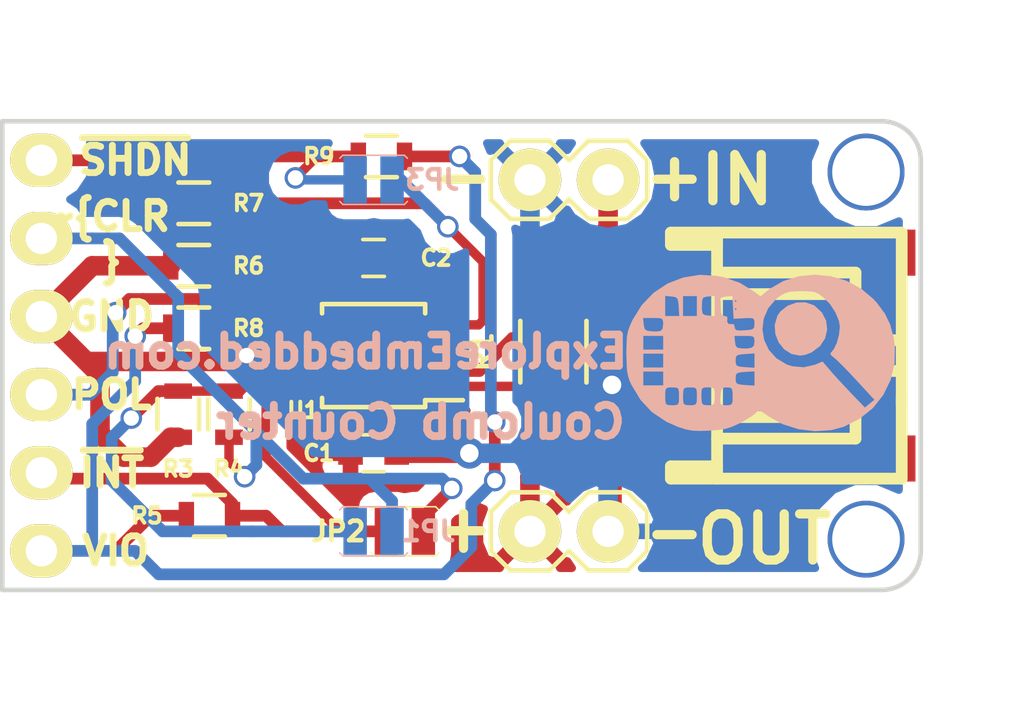
<source format=kicad_pcb>
(kicad_pcb (version 4) (host pcbnew 4.0.4-stable)

  (general
    (links 36)
    (no_connects 0)
    (area 131.564667 51.248 168.47281 74.582)
    (thickness 1.6)
    (drawings 21)
    (tracks 186)
    (zones 0)
    (modules 21)
    (nets 13)
  )

  (page A4)
  (layers
    (0 F.Cu signal)
    (31 B.Cu signal)
    (32 B.Adhes user)
    (33 F.Adhes user)
    (34 B.Paste user)
    (35 F.Paste user)
    (36 B.SilkS user)
    (37 F.SilkS user)
    (38 B.Mask user)
    (39 F.Mask user)
    (40 Dwgs.User user)
    (41 Cmts.User user)
    (42 Eco1.User user)
    (43 Eco2.User user)
    (44 Edge.Cuts user)
    (45 Margin user)
    (46 B.CrtYd user)
    (47 F.CrtYd user)
    (48 B.Fab user)
    (49 F.Fab user)
  )

  (setup
    (last_trace_width 0.25)
    (user_trace_width 0.2032)
    (user_trace_width 0.254)
    (user_trace_width 0.3048)
    (user_trace_width 0.381)
    (user_trace_width 0.508)
    (user_trace_width 0.635)
    (user_trace_width 0.762)
    (user_trace_width 0.889)
    (trace_clearance 0.127)
    (zone_clearance 0.508)
    (zone_45_only no)
    (trace_min 0.2)
    (segment_width 0.2)
    (edge_width 0.15)
    (via_size 0.6)
    (via_drill 0.4)
    (via_min_size 0.4)
    (via_min_drill 0.3)
    (user_via 0.7 0.5)
    (user_via 0.8 0.6)
    (user_via 1 0.6)
    (user_via 1 0.8)
    (uvia_size 0.3)
    (uvia_drill 0.1)
    (uvias_allowed no)
    (uvia_min_size 0.2)
    (uvia_min_drill 0.1)
    (pcb_text_width 0.3)
    (pcb_text_size 1.5 1.5)
    (mod_edge_width 0.15)
    (mod_text_size 1 1)
    (mod_text_width 0.15)
    (pad_size 2.5 2.5)
    (pad_drill 2.2)
    (pad_to_mask_clearance 0.2)
    (aux_axis_origin 0 0)
    (visible_elements 7FFEFFFF)
    (pcbplotparams
      (layerselection 0x000f0_80000001)
      (usegerberextensions false)
      (excludeedgelayer false)
      (linewidth 0.100000)
      (plotframeref false)
      (viasonmask false)
      (mode 1)
      (useauxorigin false)
      (hpglpennumber 1)
      (hpglpenspeed 20)
      (hpglpendiameter 15)
      (hpglpenoverlay 2)
      (psnegative false)
      (psa4output false)
      (plotreference true)
      (plotvalue true)
      (plotinvisibletext false)
      (padsonsilk false)
      (subtractmaskfromsilk false)
      (outputformat 1)
      (mirror false)
      (drillshape 0)
      (scaleselection 1)
      (outputdirectory "Gerber File/"))
  )

  (net 0 "")
  (net 1 "Net-(C1-Pad1)")
  (net 2 GND)
  (net 3 "Net-(C2-Pad1)")
  (net 4 "Net-(C2-Pad2)")
  (net 5 "Net-(JP1-Pad1)")
  (net 6 /~CLR)
  (net 7 /~INT)
  (net 8 "Net-(JP3-Pad1)")
  (net 9 /~SHDN)
  (net 10 "Net-(P1-Pad2)")
  (net 11 /VIO)
  (net 12 /POL)

  (net_class Default "This is the default net class."
    (clearance 0.127)
    (trace_width 0.25)
    (via_dia 0.6)
    (via_drill 0.4)
    (uvia_dia 0.3)
    (uvia_drill 0.1)
    (add_net /POL)
    (add_net /VIO)
    (add_net /~CLR)
    (add_net /~INT)
    (add_net /~SHDN)
    (add_net GND)
    (add_net "Net-(C1-Pad1)")
    (add_net "Net-(C2-Pad1)")
    (add_net "Net-(C2-Pad2)")
    (add_net "Net-(JP1-Pad1)")
    (add_net "Net-(JP3-Pad1)")
    (add_net "Net-(P1-Pad2)")
  )

  (module Connect:1pin (layer F.Cu) (tedit 58AD8AB8) (tstamp 58AD09FA)
    (at 163.322 56.896)
    (descr "module 1 pin (ou trou mecanique de percage)")
    (tags DEV)
    (path /58AD0A3E)
    (fp_text reference U3 (at -0.127 2.159) (layer F.SilkS) hide
      (effects (font (size 1 1) (thickness 0.15)))
    )
    (fp_text value MountingHole (at 0 3) (layer F.Fab)
      (effects (font (size 1 1) (thickness 0.15)))
    )
    (pad "" np_thru_hole circle (at 0 0) (size 2.5 2.5) (drill 2.2) (layers *.Cu *.Mask))
  )

  (module Connect:1pin (layer F.Cu) (tedit 58AD8AC1) (tstamp 58AD09FF)
    (at 163.322 68.834)
    (descr "module 1 pin (ou trou mecanique de percage)")
    (tags DEV)
    (path /58AD0BD7)
    (fp_text reference U4 (at 0 -3.048) (layer F.SilkS) hide
      (effects (font (size 1 1) (thickness 0.15)))
    )
    (fp_text value MountingHole (at 0 3) (layer F.Fab)
      (effects (font (size 1 1) (thickness 0.15)))
    )
    (pad "" np_thru_hole circle (at 0 0) (size 2.5 2.5) (drill 2.2) (layers *.Cu *.Mask))
  )

  (module Capacitors_SMD:C_0603 (layer F.Cu) (tedit 58AD5087) (tstamp 58A14C89)
    (at 147.32 66.04)
    (descr "Capacitor SMD 0603, reflow soldering, AVX (see smccp.pdf)")
    (tags "capacitor 0603")
    (path /589F02B4)
    (attr smd)
    (fp_text reference C1 (at -1.778 0) (layer F.SilkS)
      (effects (font (size 0.508 0.508) (thickness 0.127)))
    )
    (fp_text value 4.7uF (at 0 1.9) (layer F.Fab)
      (effects (font (size 1 1) (thickness 0.15)))
    )
    (fp_line (start -0.8 0.4) (end -0.8 -0.4) (layer F.Fab) (width 0.1))
    (fp_line (start 0.8 0.4) (end -0.8 0.4) (layer F.Fab) (width 0.1))
    (fp_line (start 0.8 -0.4) (end 0.8 0.4) (layer F.Fab) (width 0.1))
    (fp_line (start -0.8 -0.4) (end 0.8 -0.4) (layer F.Fab) (width 0.1))
    (fp_line (start -1.45 -0.75) (end 1.45 -0.75) (layer F.CrtYd) (width 0.05))
    (fp_line (start -1.45 0.75) (end 1.45 0.75) (layer F.CrtYd) (width 0.05))
    (fp_line (start -1.45 -0.75) (end -1.45 0.75) (layer F.CrtYd) (width 0.05))
    (fp_line (start 1.45 -0.75) (end 1.45 0.75) (layer F.CrtYd) (width 0.05))
    (fp_line (start -0.35 -0.6) (end 0.35 -0.6) (layer F.SilkS) (width 0.12))
    (fp_line (start 0.35 0.6) (end -0.35 0.6) (layer F.SilkS) (width 0.12))
    (pad 1 smd rect (at -0.75 0) (size 0.8 0.75) (layers F.Cu F.Paste F.Mask)
      (net 1 "Net-(C1-Pad1)"))
    (pad 2 smd rect (at 0.75 0) (size 0.8 0.75) (layers F.Cu F.Paste F.Mask)
      (net 2 GND))
    (model Capacitors_SMD.3dshapes/C_0603.wrl
      (at (xyz 0 0 0))
      (scale (xyz 1 1 1))
      (rotate (xyz 0 0 0))
    )
  )

  (module Capacitors_SMD:C_0603 (layer F.Cu) (tedit 58AD4A8E) (tstamp 58A14C8F)
    (at 147.32 59.69)
    (descr "Capacitor SMD 0603, reflow soldering, AVX (see smccp.pdf)")
    (tags "capacitor 0603")
    (path /589EFBAE)
    (attr smd)
    (fp_text reference C2 (at 2.032 0) (layer F.SilkS)
      (effects (font (size 0.508 0.508) (thickness 0.127)))
    )
    (fp_text value 4.7uF (at 0 1.9) (layer F.Fab)
      (effects (font (size 1 1) (thickness 0.15)))
    )
    (fp_line (start -0.8 0.4) (end -0.8 -0.4) (layer F.Fab) (width 0.1))
    (fp_line (start 0.8 0.4) (end -0.8 0.4) (layer F.Fab) (width 0.1))
    (fp_line (start 0.8 -0.4) (end 0.8 0.4) (layer F.Fab) (width 0.1))
    (fp_line (start -0.8 -0.4) (end 0.8 -0.4) (layer F.Fab) (width 0.1))
    (fp_line (start -1.45 -0.75) (end 1.45 -0.75) (layer F.CrtYd) (width 0.05))
    (fp_line (start -1.45 0.75) (end 1.45 0.75) (layer F.CrtYd) (width 0.05))
    (fp_line (start -1.45 -0.75) (end -1.45 0.75) (layer F.CrtYd) (width 0.05))
    (fp_line (start 1.45 -0.75) (end 1.45 0.75) (layer F.CrtYd) (width 0.05))
    (fp_line (start -0.35 -0.6) (end 0.35 -0.6) (layer F.SilkS) (width 0.12))
    (fp_line (start 0.35 0.6) (end -0.35 0.6) (layer F.SilkS) (width 0.12))
    (pad 1 smd rect (at -0.75 0) (size 0.8 0.75) (layers F.Cu F.Paste F.Mask)
      (net 3 "Net-(C2-Pad1)"))
    (pad 2 smd rect (at 0.75 0) (size 0.8 0.75) (layers F.Cu F.Paste F.Mask)
      (net 4 "Net-(C2-Pad2)"))
    (model Capacitors_SMD.3dshapes/C_0603.wrl
      (at (xyz 0 0 0))
      (scale (xyz 1 1 1))
      (rotate (xyz 0 0 0))
    )
  )

  (module EE_Library:SMD_Jumper (layer B.Cu) (tedit 58A83BCE) (tstamp 58A14C95)
    (at 147.32 68.58)
    (path /589F23E9)
    (fp_text reference JP1 (at 1.778 0) (layer B.SilkS)
      (effects (font (size 0.635 0.635) (thickness 0.15)) (justify mirror))
    )
    (fp_text value Jumper (at 0 5) (layer B.Fab)
      (effects (font (size 1 1) (thickness 0.15)) (justify mirror))
    )
    (fp_line (start -1.1 -0.7) (end -1 -0.8) (layer B.SilkS) (width 0.05))
    (fp_line (start -1 -0.8) (end 1 -0.8) (layer B.SilkS) (width 0.05))
    (fp_line (start 1 -0.8) (end 1.1 -0.7) (layer B.SilkS) (width 0.05))
    (fp_line (start -1 0.8) (end -1.1 0.7) (layer B.SilkS) (width 0.05))
    (fp_line (start 0.1 0.8) (end 1 0.8) (layer B.SilkS) (width 0.05))
    (fp_line (start 1 0.8) (end 1.1 0.7) (layer B.SilkS) (width 0.05))
    (fp_line (start -1 0.8) (end 0.1 0.8) (layer B.SilkS) (width 0.05))
    (pad 1 smd rect (at -0.6 0) (size 0.762 1.524) (layers B.Cu B.Paste B.Mask)
      (net 5 "Net-(JP1-Pad1)"))
    (pad 2 smd rect (at 0.6 0) (size 0.762 1.524) (layers B.Cu B.Paste B.Mask)
      (net 6 /~CLR))
  )

  (module EE_Library:SMD_Jumper (layer F.Cu) (tedit 58AD5106) (tstamp 58A14C9B)
    (at 148.336 68.58 180)
    (path /589F0E43)
    (fp_text reference JP2 (at 2.159 0 180) (layer F.SilkS)
      (effects (font (size 0.635 0.635) (thickness 0.15)))
    )
    (fp_text value Jumper (at 0 -5 180) (layer F.Fab)
      (effects (font (size 1 1) (thickness 0.15)))
    )
    (fp_line (start -1.1 0.7) (end -1 0.8) (layer F.SilkS) (width 0.05))
    (fp_line (start -1 0.8) (end 1 0.8) (layer F.SilkS) (width 0.05))
    (fp_line (start 1 0.8) (end 1.1 0.7) (layer F.SilkS) (width 0.05))
    (fp_line (start -1 -0.8) (end -1.1 -0.7) (layer F.SilkS) (width 0.05))
    (fp_line (start 0.1 -0.8) (end 1 -0.8) (layer F.SilkS) (width 0.05))
    (fp_line (start 1 -0.8) (end 1.1 -0.7) (layer F.SilkS) (width 0.05))
    (fp_line (start -1 -0.8) (end 0.1 -0.8) (layer F.SilkS) (width 0.05))
    (pad 1 smd rect (at -0.6 0 180) (size 0.762 1.524) (layers F.Cu F.Paste F.Mask)
      (net 6 /~CLR))
    (pad 2 smd rect (at 0.6 0 180) (size 0.762 1.524) (layers F.Cu F.Paste F.Mask)
      (net 7 /~INT))
  )

  (module EE_Library:SMD_Jumper (layer B.Cu) (tedit 58A83B9C) (tstamp 58A14CA1)
    (at 147.32 57.15 180)
    (path /589F102C)
    (fp_text reference JP3 (at -1.905 0 180) (layer B.SilkS)
      (effects (font (size 0.635 0.635) (thickness 0.15)) (justify mirror))
    )
    (fp_text value Jumper (at 0 5 180) (layer B.Fab)
      (effects (font (size 1 1) (thickness 0.15)) (justify mirror))
    )
    (fp_line (start -1.1 -0.7) (end -1 -0.8) (layer B.SilkS) (width 0.05))
    (fp_line (start -1 -0.8) (end 1 -0.8) (layer B.SilkS) (width 0.05))
    (fp_line (start 1 -0.8) (end 1.1 -0.7) (layer B.SilkS) (width 0.05))
    (fp_line (start -1 0.8) (end -1.1 0.7) (layer B.SilkS) (width 0.05))
    (fp_line (start 0.1 0.8) (end 1 0.8) (layer B.SilkS) (width 0.05))
    (fp_line (start 1 0.8) (end 1.1 0.7) (layer B.SilkS) (width 0.05))
    (fp_line (start -1 0.8) (end 0.1 0.8) (layer B.SilkS) (width 0.05))
    (pad 1 smd rect (at -0.6 0 180) (size 0.762 1.524) (layers B.Cu B.Paste B.Mask)
      (net 8 "Net-(JP3-Pad1)"))
    (pad 2 smd rect (at 0.6 0 180) (size 0.762 1.524) (layers B.Cu B.Paste B.Mask)
      (net 9 /~SHDN))
  )

  (module EE_Library:JST_Connector_SMD (layer F.Cu) (tedit 58A834AD) (tstamp 58A14CA9)
    (at 157.48 62.865 90)
    (descr "JST PH series connector, S2B-PH-SM4-TB")
    (path /589EFCDE)
    (fp_text reference P1 (at 0 -2.79908 90) (layer F.SilkS) hide
      (effects (font (size 0.635 0.635) (thickness 0.15875)))
    )
    (fp_text value JST (at 0 8.8011 90) (layer F.SilkS) hide
      (effects (font (thickness 0.3048)))
    )
    (fp_line (start -4.0005 7.00024) (end -4.0005 -0.50038) (layer F.SilkS) (width 0.381))
    (fp_line (start 4.0005 -0.50038) (end 4.0005 7.00024) (layer F.SilkS) (width 0.381))
    (fp_line (start 4.0005 -0.50038) (end 3.59918 -0.50038) (layer F.SilkS) (width 0.381))
    (fp_line (start 3.79984 1.00076) (end 3.79984 -0.50038) (layer F.SilkS) (width 0.381))
    (fp_line (start 3.59918 -0.50038) (end 3.59918 1.00076) (layer F.SilkS) (width 0.381))
    (fp_line (start -3.79984 -0.50038) (end -3.79984 1.00076) (layer F.SilkS) (width 0.381))
    (fp_line (start -3.59918 1.00076) (end -3.59918 -0.50038) (layer F.SilkS) (width 0.381))
    (fp_line (start -3.59918 -0.50038) (end -4.0005 -0.50038) (layer F.SilkS) (width 0.381))
    (fp_line (start -0.50038 7.00024) (end -0.50038 5.99948) (layer F.SilkS) (width 0.381))
    (fp_line (start -0.50038 5.99948) (end 0.50038 5.99948) (layer F.SilkS) (width 0.381))
    (fp_line (start 0.50038 5.99948) (end 0.50038 7.00024) (layer F.SilkS) (width 0.381))
    (fp_line (start -1.99898 1.00076) (end -1.99898 5.4991) (layer F.SilkS) (width 0.381))
    (fp_line (start -1.99898 5.4991) (end -2.70002 5.4991) (layer F.SilkS) (width 0.381))
    (fp_line (start -2.70002 5.4991) (end -2.70002 1.00076) (layer F.SilkS) (width 0.381))
    (fp_line (start 1.99898 1.00076) (end 1.99898 5.4991) (layer F.SilkS) (width 0.381))
    (fp_line (start 1.99898 5.4991) (end 2.70002 5.4991) (layer F.SilkS) (width 0.381))
    (fp_line (start 2.70002 5.4991) (end 2.70002 1.00076) (layer F.SilkS) (width 0.381))
    (fp_line (start -4.0005 7.00024) (end 4.0005 7.00024) (layer F.SilkS) (width 0.381))
    (fp_line (start 4.0005 1.00076) (end -4.0005 1.00076) (layer F.SilkS) (width 0.381))
    (fp_line (start -1.30048 7.00024) (end -1.6002 7.00024) (layer F.SilkS) (width 0.381))
    (pad 1 smd rect (at -1.00076 0 90) (size 0.99568 3.2) (layers F.Cu F.Paste F.Mask)
      (net 2 GND))
    (pad 2 smd rect (at 1.00076 0 90) (size 0.99822 3.2) (layers F.Cu F.Paste F.Mask)
      (net 10 "Net-(P1-Pad2)"))
    (pad "" smd rect (at -3.34518 5.74802 90) (size 1.4986 3.39852) (layers F.Cu F.Paste F.Mask))
    (pad "" smd rect (at 3.34772 5.74802 90) (size 1.4986 3.39598) (layers F.Cu F.Paste F.Mask))
    (model conn_jst-ph/s2b-ph-sm4-tb.wrl
      (at (xyz 0 0 0))
      (scale (xyz 1 1 1))
      (rotate (xyz 0 0 0))
    )
  )

  (module EE_Library:2Pin_Jumper_ThroughHole (layer F.Cu) (tedit 58A14030) (tstamp 58A14CAF)
    (at 152.4 57.15 90)
    (descr "Through hole pin header")
    (tags "pin header")
    (path /589EFC96)
    (fp_text reference P2 (at 0 -5.1 90) (layer F.SilkS) hide
      (effects (font (size 1 1) (thickness 0.15)))
    )
    (fp_text value IN (at 0 -3.1 90) (layer F.Fab) hide
      (effects (font (size 1 1) (thickness 0.15)))
    )
    (fp_line (start -1.27 0.635) (end -1.27 -0.635) (layer F.SilkS) (width 0.15))
    (fp_line (start -1.27 -0.635) (end -0.635 -1.27) (layer F.SilkS) (width 0.15))
    (fp_line (start -0.635 -1.27) (end 0.635 -1.27) (layer F.SilkS) (width 0.15))
    (fp_line (start 0.635 -1.27) (end 1.27 -0.635) (layer F.SilkS) (width 0.15))
    (fp_line (start 1.27 -0.635) (end 1.27 0.635) (layer F.SilkS) (width 0.15))
    (fp_line (start 1.27 0.635) (end 0.635 1.27) (layer F.SilkS) (width 0.15))
    (fp_line (start 0.635 1.27) (end 1.27 1.905) (layer F.SilkS) (width 0.15))
    (fp_line (start 1.27 1.905) (end 1.27 3.175) (layer F.SilkS) (width 0.15))
    (fp_line (start 1.27 3.175) (end 0.635 3.81) (layer F.SilkS) (width 0.15))
    (fp_line (start 0.635 3.81) (end -0.635 3.81) (layer F.SilkS) (width 0.15))
    (fp_line (start -0.635 3.81) (end -1.27 3.175) (layer F.SilkS) (width 0.15))
    (fp_line (start -1.27 3.175) (end -1.27 1.905) (layer F.SilkS) (width 0.15))
    (fp_line (start -1.27 1.905) (end -0.635 1.27) (layer F.SilkS) (width 0.15))
    (fp_line (start -0.635 1.27) (end -1.27 0.635) (layer F.SilkS) (width 0.15))
    (pad 1 thru_hole circle (at 0 0 90) (size 2.032 2.032) (drill 1.016) (layers *.Cu *.Mask F.SilkS)
      (net 2 GND))
    (pad 2 thru_hole oval (at 0 2.54 90) (size 2.032 2.032) (drill 1.016) (layers *.Cu *.Mask F.SilkS)
      (net 10 "Net-(P1-Pad2)"))
    (model Pin_Headers/Pin_Header_Straight_1x02.wrl
      (at (xyz 0 -0.05 0))
      (scale (xyz 1 1 1))
      (rotate (xyz 0 0 90))
    )
  )

  (module EE_Library:2Pin_Jumper_ThroughHole (layer F.Cu) (tedit 58A14030) (tstamp 58A14CB5)
    (at 152.4 68.58 90)
    (descr "Through hole pin header")
    (tags "pin header")
    (path /589EFC40)
    (fp_text reference P3 (at 0 -5.1 90) (layer F.SilkS) hide
      (effects (font (size 1 1) (thickness 0.15)))
    )
    (fp_text value OUT (at 0 -3.1 90) (layer F.Fab) hide
      (effects (font (size 1 1) (thickness 0.15)))
    )
    (fp_line (start -1.27 0.635) (end -1.27 -0.635) (layer F.SilkS) (width 0.15))
    (fp_line (start -1.27 -0.635) (end -0.635 -1.27) (layer F.SilkS) (width 0.15))
    (fp_line (start -0.635 -1.27) (end 0.635 -1.27) (layer F.SilkS) (width 0.15))
    (fp_line (start 0.635 -1.27) (end 1.27 -0.635) (layer F.SilkS) (width 0.15))
    (fp_line (start 1.27 -0.635) (end 1.27 0.635) (layer F.SilkS) (width 0.15))
    (fp_line (start 1.27 0.635) (end 0.635 1.27) (layer F.SilkS) (width 0.15))
    (fp_line (start 0.635 1.27) (end 1.27 1.905) (layer F.SilkS) (width 0.15))
    (fp_line (start 1.27 1.905) (end 1.27 3.175) (layer F.SilkS) (width 0.15))
    (fp_line (start 1.27 3.175) (end 0.635 3.81) (layer F.SilkS) (width 0.15))
    (fp_line (start 0.635 3.81) (end -0.635 3.81) (layer F.SilkS) (width 0.15))
    (fp_line (start -0.635 3.81) (end -1.27 3.175) (layer F.SilkS) (width 0.15))
    (fp_line (start -1.27 3.175) (end -1.27 1.905) (layer F.SilkS) (width 0.15))
    (fp_line (start -1.27 1.905) (end -0.635 1.27) (layer F.SilkS) (width 0.15))
    (fp_line (start -0.635 1.27) (end -1.27 0.635) (layer F.SilkS) (width 0.15))
    (pad 1 thru_hole circle (at 0 0 90) (size 2.032 2.032) (drill 1.016) (layers *.Cu *.Mask F.SilkS)
      (net 1 "Net-(C1-Pad1)"))
    (pad 2 thru_hole oval (at 0 2.54 90) (size 2.032 2.032) (drill 1.016) (layers *.Cu *.Mask F.SilkS)
      (net 2 GND))
    (model Pin_Headers/Pin_Header_Straight_1x02.wrl
      (at (xyz 0 -0.05 0))
      (scale (xyz 1 1 1))
      (rotate (xyz 0 0 90))
    )
  )

  (module EE_Library:6Pin_Burgstick (layer F.Cu) (tedit 58A846ED) (tstamp 58A14CBF)
    (at 136.525 69.215 180)
    (descr "Through hole pin header")
    (tags "pin header")
    (path /589F31C7)
    (fp_text reference P4 (at -2.54 0 180) (layer F.SilkS) hide
      (effects (font (size 1 1) (thickness 0.15)))
    )
    (fp_text value CONN_01X06 (at 0 -3.1 180) (layer F.SilkS) hide
      (effects (font (size 1 1) (thickness 0.15)))
    )
    (pad 1 thru_hole oval (at 0 0 180) (size 2.032 1.7272) (drill 1.016) (layers *.Cu *.Mask F.SilkS)
      (net 11 /VIO))
    (pad 2 thru_hole oval (at 0 2.54 180) (size 2.032 1.7272) (drill 1.016) (layers *.Cu *.Mask F.SilkS)
      (net 7 /~INT))
    (pad 3 thru_hole oval (at 0 5.08 180) (size 2.032 1.7272) (drill 1.016) (layers *.Cu *.Mask F.SilkS)
      (net 12 /POL))
    (pad 4 thru_hole oval (at 0 7.62 180) (size 2.032 1.7272) (drill 1.016) (layers *.Cu *.Mask F.SilkS)
      (net 2 GND))
    (pad 5 thru_hole oval (at 0 10.16 180) (size 2.032 1.7272) (drill 1.016) (layers *.Cu *.Mask F.SilkS)
      (net 6 /~CLR))
    (pad 6 thru_hole oval (at 0 12.7 180) (size 2.032 1.7272) (drill 1.016) (layers *.Cu *.Mask F.SilkS)
      (net 9 /~SHDN))
    (model Pin_Headers.3dshapes/Pin_Header_Straight_1x06.wrl
      (at (xyz 0 -0.25 0))
      (scale (xyz 1 1 1))
      (rotate (xyz 0 0 90))
    )
  )

  (module Resistors_SMD:R_0603 (layer F.Cu) (tedit 58AD409F) (tstamp 58A14CD1)
    (at 140.97 64.77 270)
    (descr "Resistor SMD 0603, reflow soldering, Vishay (see dcrcw.pdf)")
    (tags "resistor 0603")
    (path /589F250A)
    (attr smd)
    (fp_text reference R3 (at 1.778 0 360) (layer F.SilkS)
      (effects (font (size 0.508 0.508) (thickness 0.127)))
    )
    (fp_text value 75K (at 0 1.9 270) (layer F.Fab)
      (effects (font (size 1 1) (thickness 0.15)))
    )
    (fp_line (start -0.8 0.4) (end -0.8 -0.4) (layer F.Fab) (width 0.1))
    (fp_line (start 0.8 0.4) (end -0.8 0.4) (layer F.Fab) (width 0.1))
    (fp_line (start 0.8 -0.4) (end 0.8 0.4) (layer F.Fab) (width 0.1))
    (fp_line (start -0.8 -0.4) (end 0.8 -0.4) (layer F.Fab) (width 0.1))
    (fp_line (start -1.3 -0.8) (end 1.3 -0.8) (layer F.CrtYd) (width 0.05))
    (fp_line (start -1.3 0.8) (end 1.3 0.8) (layer F.CrtYd) (width 0.05))
    (fp_line (start -1.3 -0.8) (end -1.3 0.8) (layer F.CrtYd) (width 0.05))
    (fp_line (start 1.3 -0.8) (end 1.3 0.8) (layer F.CrtYd) (width 0.05))
    (fp_line (start 0.5 0.675) (end -0.5 0.675) (layer F.SilkS) (width 0.15))
    (fp_line (start -0.5 -0.675) (end 0.5 -0.675) (layer F.SilkS) (width 0.15))
    (pad 1 smd rect (at -0.75 0 270) (size 0.5 0.9) (layers F.Cu F.Paste F.Mask)
      (net 5 "Net-(JP1-Pad1)"))
    (pad 2 smd rect (at 0.75 0 270) (size 0.5 0.9) (layers F.Cu F.Paste F.Mask)
      (net 2 GND))
    (model Resistors_SMD.3dshapes/R_0603.wrl
      (at (xyz 0 0 0))
      (scale (xyz 1 1 1))
      (rotate (xyz 0 0 0))
    )
  )

  (module Resistors_SMD:R_0603 (layer F.Cu) (tedit 58AD40AC) (tstamp 58A14CD7)
    (at 142.621 64.77 90)
    (descr "Resistor SMD 0603, reflow soldering, Vishay (see dcrcw.pdf)")
    (tags "resistor 0603")
    (path /589F0A51)
    (attr smd)
    (fp_text reference R4 (at -1.778 0 180) (layer F.SilkS)
      (effects (font (size 0.508 0.508) (thickness 0.127)))
    )
    (fp_text value 47K (at 0 1.9 90) (layer F.Fab)
      (effects (font (size 1 1) (thickness 0.15)))
    )
    (fp_line (start -0.8 0.4) (end -0.8 -0.4) (layer F.Fab) (width 0.1))
    (fp_line (start 0.8 0.4) (end -0.8 0.4) (layer F.Fab) (width 0.1))
    (fp_line (start 0.8 -0.4) (end 0.8 0.4) (layer F.Fab) (width 0.1))
    (fp_line (start -0.8 -0.4) (end 0.8 -0.4) (layer F.Fab) (width 0.1))
    (fp_line (start -1.3 -0.8) (end 1.3 -0.8) (layer F.CrtYd) (width 0.05))
    (fp_line (start -1.3 0.8) (end 1.3 0.8) (layer F.CrtYd) (width 0.05))
    (fp_line (start -1.3 -0.8) (end -1.3 0.8) (layer F.CrtYd) (width 0.05))
    (fp_line (start 1.3 -0.8) (end 1.3 0.8) (layer F.CrtYd) (width 0.05))
    (fp_line (start 0.5 0.675) (end -0.5 0.675) (layer F.SilkS) (width 0.15))
    (fp_line (start -0.5 -0.675) (end 0.5 -0.675) (layer F.SilkS) (width 0.15))
    (pad 1 smd rect (at -0.75 0 90) (size 0.5 0.9) (layers F.Cu F.Paste F.Mask)
      (net 6 /~CLR))
    (pad 2 smd rect (at 0.75 0 90) (size 0.5 0.9) (layers F.Cu F.Paste F.Mask)
      (net 5 "Net-(JP1-Pad1)"))
    (model Resistors_SMD.3dshapes/R_0603.wrl
      (at (xyz 0 0 0))
      (scale (xyz 1 1 1))
      (rotate (xyz 0 0 0))
    )
  )

  (module Resistors_SMD:R_0603 (layer F.Cu) (tedit 58AD40BE) (tstamp 58A14CDD)
    (at 141.986 68.072 180)
    (descr "Resistor SMD 0603, reflow soldering, Vishay (see dcrcw.pdf)")
    (tags "resistor 0603")
    (path /589F0AF4)
    (attr smd)
    (fp_text reference R5 (at 2.032 0 180) (layer F.SilkS)
      (effects (font (size 0.508 0.508) (thickness 0.127)))
    )
    (fp_text value 3.3K (at 0 1.9 180) (layer F.Fab)
      (effects (font (size 1 1) (thickness 0.15)))
    )
    (fp_line (start -0.8 0.4) (end -0.8 -0.4) (layer F.Fab) (width 0.1))
    (fp_line (start 0.8 0.4) (end -0.8 0.4) (layer F.Fab) (width 0.1))
    (fp_line (start 0.8 -0.4) (end 0.8 0.4) (layer F.Fab) (width 0.1))
    (fp_line (start -0.8 -0.4) (end 0.8 -0.4) (layer F.Fab) (width 0.1))
    (fp_line (start -1.3 -0.8) (end 1.3 -0.8) (layer F.CrtYd) (width 0.05))
    (fp_line (start -1.3 0.8) (end 1.3 0.8) (layer F.CrtYd) (width 0.05))
    (fp_line (start -1.3 -0.8) (end -1.3 0.8) (layer F.CrtYd) (width 0.05))
    (fp_line (start 1.3 -0.8) (end 1.3 0.8) (layer F.CrtYd) (width 0.05))
    (fp_line (start 0.5 0.675) (end -0.5 0.675) (layer F.SilkS) (width 0.15))
    (fp_line (start -0.5 -0.675) (end 0.5 -0.675) (layer F.SilkS) (width 0.15))
    (pad 1 smd rect (at -0.75 0 180) (size 0.5 0.9) (layers F.Cu F.Paste F.Mask)
      (net 7 /~INT))
    (pad 2 smd rect (at 0.75 0 180) (size 0.5 0.9) (layers F.Cu F.Paste F.Mask)
      (net 11 /VIO))
    (model Resistors_SMD.3dshapes/R_0603.wrl
      (at (xyz 0 0 0))
      (scale (xyz 1 1 1))
      (rotate (xyz 0 0 0))
    )
  )

  (module Resistors_SMD:R_0603 (layer F.Cu) (tedit 58AD4A91) (tstamp 58A14CE3)
    (at 141.478 59.944 180)
    (descr "Resistor SMD 0603, reflow soldering, Vishay (see dcrcw.pdf)")
    (tags "resistor 0603")
    (path /589F1949)
    (attr smd)
    (fp_text reference R6 (at -1.778 0 180) (layer F.SilkS)
      (effects (font (size 0.508 0.508) (thickness 0.127)))
    )
    (fp_text value 75K (at 0 1.9 180) (layer F.Fab)
      (effects (font (size 1 1) (thickness 0.15)))
    )
    (fp_line (start -0.8 0.4) (end -0.8 -0.4) (layer F.Fab) (width 0.1))
    (fp_line (start 0.8 0.4) (end -0.8 0.4) (layer F.Fab) (width 0.1))
    (fp_line (start 0.8 -0.4) (end 0.8 0.4) (layer F.Fab) (width 0.1))
    (fp_line (start -0.8 -0.4) (end 0.8 -0.4) (layer F.Fab) (width 0.1))
    (fp_line (start -1.3 -0.8) (end 1.3 -0.8) (layer F.CrtYd) (width 0.05))
    (fp_line (start -1.3 0.8) (end 1.3 0.8) (layer F.CrtYd) (width 0.05))
    (fp_line (start -1.3 -0.8) (end -1.3 0.8) (layer F.CrtYd) (width 0.05))
    (fp_line (start 1.3 -0.8) (end 1.3 0.8) (layer F.CrtYd) (width 0.05))
    (fp_line (start 0.5 0.675) (end -0.5 0.675) (layer F.SilkS) (width 0.15))
    (fp_line (start -0.5 -0.675) (end 0.5 -0.675) (layer F.SilkS) (width 0.15))
    (pad 1 smd rect (at -0.75 0 180) (size 0.5 0.9) (layers F.Cu F.Paste F.Mask)
      (net 8 "Net-(JP3-Pad1)"))
    (pad 2 smd rect (at 0.75 0 180) (size 0.5 0.9) (layers F.Cu F.Paste F.Mask)
      (net 2 GND))
    (model Resistors_SMD.3dshapes/R_0603.wrl
      (at (xyz 0 0 0))
      (scale (xyz 1 1 1))
      (rotate (xyz 0 0 0))
    )
  )

  (module Resistors_SMD:R_0603 (layer F.Cu) (tedit 58AD4A94) (tstamp 58A14CE9)
    (at 141.478 57.912 180)
    (descr "Resistor SMD 0603, reflow soldering, Vishay (see dcrcw.pdf)")
    (tags "resistor 0603")
    (path /589F1575)
    (attr smd)
    (fp_text reference R7 (at -1.778 0 180) (layer F.SilkS)
      (effects (font (size 0.508 0.508) (thickness 0.127)))
    )
    (fp_text value 47K (at 0 1.9 180) (layer F.Fab)
      (effects (font (size 1 1) (thickness 0.15)))
    )
    (fp_line (start -0.8 0.4) (end -0.8 -0.4) (layer F.Fab) (width 0.1))
    (fp_line (start 0.8 0.4) (end -0.8 0.4) (layer F.Fab) (width 0.1))
    (fp_line (start 0.8 -0.4) (end 0.8 0.4) (layer F.Fab) (width 0.1))
    (fp_line (start -0.8 -0.4) (end 0.8 -0.4) (layer F.Fab) (width 0.1))
    (fp_line (start -1.3 -0.8) (end 1.3 -0.8) (layer F.CrtYd) (width 0.05))
    (fp_line (start -1.3 0.8) (end 1.3 0.8) (layer F.CrtYd) (width 0.05))
    (fp_line (start -1.3 -0.8) (end -1.3 0.8) (layer F.CrtYd) (width 0.05))
    (fp_line (start 1.3 -0.8) (end 1.3 0.8) (layer F.CrtYd) (width 0.05))
    (fp_line (start 0.5 0.675) (end -0.5 0.675) (layer F.SilkS) (width 0.15))
    (fp_line (start -0.5 -0.675) (end 0.5 -0.675) (layer F.SilkS) (width 0.15))
    (pad 1 smd rect (at -0.75 0 180) (size 0.5 0.9) (layers F.Cu F.Paste F.Mask)
      (net 8 "Net-(JP3-Pad1)"))
    (pad 2 smd rect (at 0.75 0 180) (size 0.5 0.9) (layers F.Cu F.Paste F.Mask)
      (net 9 /~SHDN))
    (model Resistors_SMD.3dshapes/R_0603.wrl
      (at (xyz 0 0 0))
      (scale (xyz 1 1 1))
      (rotate (xyz 0 0 0))
    )
  )

  (module Resistors_SMD:R_0603 (layer F.Cu) (tedit 58AD4AAE) (tstamp 58A14CEF)
    (at 141.478 61.976 180)
    (descr "Resistor SMD 0603, reflow soldering, Vishay (see dcrcw.pdf)")
    (tags "resistor 0603")
    (path /589F0BE9)
    (attr smd)
    (fp_text reference R8 (at -1.778 0 180) (layer F.SilkS)
      (effects (font (size 0.508 0.508) (thickness 0.127)))
    )
    (fp_text value 3.3K (at 0 1.9 180) (layer F.Fab)
      (effects (font (size 1 1) (thickness 0.15)))
    )
    (fp_line (start -0.8 0.4) (end -0.8 -0.4) (layer F.Fab) (width 0.1))
    (fp_line (start 0.8 0.4) (end -0.8 0.4) (layer F.Fab) (width 0.1))
    (fp_line (start 0.8 -0.4) (end 0.8 0.4) (layer F.Fab) (width 0.1))
    (fp_line (start -0.8 -0.4) (end 0.8 -0.4) (layer F.Fab) (width 0.1))
    (fp_line (start -1.3 -0.8) (end 1.3 -0.8) (layer F.CrtYd) (width 0.05))
    (fp_line (start -1.3 0.8) (end 1.3 0.8) (layer F.CrtYd) (width 0.05))
    (fp_line (start -1.3 -0.8) (end -1.3 0.8) (layer F.CrtYd) (width 0.05))
    (fp_line (start 1.3 -0.8) (end 1.3 0.8) (layer F.CrtYd) (width 0.05))
    (fp_line (start 0.5 0.675) (end -0.5 0.675) (layer F.SilkS) (width 0.15))
    (fp_line (start -0.5 -0.675) (end 0.5 -0.675) (layer F.SilkS) (width 0.15))
    (pad 1 smd rect (at -0.75 0 180) (size 0.5 0.9) (layers F.Cu F.Paste F.Mask)
      (net 12 /POL))
    (pad 2 smd rect (at 0.75 0 180) (size 0.5 0.9) (layers F.Cu F.Paste F.Mask)
      (net 11 /VIO))
    (model Resistors_SMD.3dshapes/R_0603.wrl
      (at (xyz 0 0 0))
      (scale (xyz 1 1 1))
      (rotate (xyz 0 0 0))
    )
  )

  (module Resistors_SMD:R_0603 (layer F.Cu) (tedit 58AD40DE) (tstamp 58A14CF5)
    (at 147.574 56.388)
    (descr "Resistor SMD 0603, reflow soldering, Vishay (see dcrcw.pdf)")
    (tags "resistor 0603")
    (path /589F0C22)
    (attr smd)
    (fp_text reference R9 (at -2.032 0) (layer F.SilkS)
      (effects (font (size 0.508 0.508) (thickness 0.127)))
    )
    (fp_text value 3.3K (at 0 1.9) (layer F.Fab)
      (effects (font (size 1 1) (thickness 0.15)))
    )
    (fp_line (start -0.8 0.4) (end -0.8 -0.4) (layer F.Fab) (width 0.1))
    (fp_line (start 0.8 0.4) (end -0.8 0.4) (layer F.Fab) (width 0.1))
    (fp_line (start 0.8 -0.4) (end 0.8 0.4) (layer F.Fab) (width 0.1))
    (fp_line (start -0.8 -0.4) (end 0.8 -0.4) (layer F.Fab) (width 0.1))
    (fp_line (start -1.3 -0.8) (end 1.3 -0.8) (layer F.CrtYd) (width 0.05))
    (fp_line (start -1.3 0.8) (end 1.3 0.8) (layer F.CrtYd) (width 0.05))
    (fp_line (start -1.3 -0.8) (end -1.3 0.8) (layer F.CrtYd) (width 0.05))
    (fp_line (start 1.3 -0.8) (end 1.3 0.8) (layer F.CrtYd) (width 0.05))
    (fp_line (start 0.5 0.675) (end -0.5 0.675) (layer F.SilkS) (width 0.15))
    (fp_line (start -0.5 -0.675) (end 0.5 -0.675) (layer F.SilkS) (width 0.15))
    (pad 1 smd rect (at -0.75 0) (size 0.5 0.9) (layers F.Cu F.Paste F.Mask)
      (net 9 /~SHDN))
    (pad 2 smd rect (at 0.75 0) (size 0.5 0.9) (layers F.Cu F.Paste F.Mask)
      (net 11 /VIO))
    (model Resistors_SMD.3dshapes/R_0603.wrl
      (at (xyz 0 0 0))
      (scale (xyz 1 1 1))
      (rotate (xyz 0 0 0))
    )
  )

  (module Housings_SSOP:MSOP-10_3x3mm_Pitch0.5mm (layer F.Cu) (tedit 58AD5082) (tstamp 58A14D03)
    (at 147.32 62.865 180)
    (descr "10-Lead Plastic Micro Small Outline Package (MS) [MSOP] (see Microchip Packaging Specification 00000049BS.pdf)")
    (tags "SSOP 0.5")
    (path /589EFAF5)
    (attr smd)
    (fp_text reference U1 (at 2.286 -1.778 180) (layer F.SilkS)
      (effects (font (size 0.508 0.508) (thickness 0.127)))
    )
    (fp_text value LTC4150 (at 0 2.6 180) (layer F.Fab)
      (effects (font (size 1 1) (thickness 0.15)))
    )
    (fp_line (start -0.5 -1.5) (end 1.5 -1.5) (layer F.Fab) (width 0.15))
    (fp_line (start 1.5 -1.5) (end 1.5 1.5) (layer F.Fab) (width 0.15))
    (fp_line (start 1.5 1.5) (end -1.5 1.5) (layer F.Fab) (width 0.15))
    (fp_line (start -1.5 1.5) (end -1.5 -0.5) (layer F.Fab) (width 0.15))
    (fp_line (start -1.5 -0.5) (end -0.5 -1.5) (layer F.Fab) (width 0.15))
    (fp_line (start -3.15 -1.85) (end -3.15 1.85) (layer F.CrtYd) (width 0.05))
    (fp_line (start 3.15 -1.85) (end 3.15 1.85) (layer F.CrtYd) (width 0.05))
    (fp_line (start -3.15 -1.85) (end 3.15 -1.85) (layer F.CrtYd) (width 0.05))
    (fp_line (start -3.15 1.85) (end 3.15 1.85) (layer F.CrtYd) (width 0.05))
    (fp_line (start -1.675 -1.675) (end -1.675 -1.45) (layer F.SilkS) (width 0.15))
    (fp_line (start 1.675 -1.675) (end 1.675 -1.375) (layer F.SilkS) (width 0.15))
    (fp_line (start 1.675 1.675) (end 1.675 1.375) (layer F.SilkS) (width 0.15))
    (fp_line (start -1.675 1.675) (end -1.675 1.375) (layer F.SilkS) (width 0.15))
    (fp_line (start -1.675 -1.675) (end 1.675 -1.675) (layer F.SilkS) (width 0.15))
    (fp_line (start -1.675 1.675) (end 1.675 1.675) (layer F.SilkS) (width 0.15))
    (fp_line (start -1.675 -1.45) (end -2.9 -1.45) (layer F.SilkS) (width 0.15))
    (pad 1 smd rect (at -2.2 -1 180) (size 1.4 0.3) (layers F.Cu F.Paste F.Mask)
      (net 1 "Net-(C1-Pad1)"))
    (pad 2 smd rect (at -2.2 -0.5 180) (size 1.4 0.3) (layers F.Cu F.Paste F.Mask)
      (net 10 "Net-(P1-Pad2)"))
    (pad 3 smd rect (at -2.2 0 180) (size 1.4 0.3) (layers F.Cu F.Paste F.Mask)
      (net 3 "Net-(C2-Pad1)"))
    (pad 4 smd rect (at -2.2 0.5 180) (size 1.4 0.3) (layers F.Cu F.Paste F.Mask)
      (net 4 "Net-(C2-Pad2)"))
    (pad 5 smd rect (at -2.2 1 180) (size 1.4 0.3) (layers F.Cu F.Paste F.Mask)
      (net 8 "Net-(JP3-Pad1)"))
    (pad 6 smd rect (at 2.2 1 180) (size 1.4 0.3) (layers F.Cu F.Paste F.Mask)
      (net 12 /POL))
    (pad 7 smd rect (at 2.2 0.5 180) (size 1.4 0.3) (layers F.Cu F.Paste F.Mask)
      (net 2 GND))
    (pad 8 smd rect (at 2.2 0 180) (size 1.4 0.3) (layers F.Cu F.Paste F.Mask)
      (net 1 "Net-(C1-Pad1)"))
    (pad 9 smd rect (at 2.2 -0.5 180) (size 1.4 0.3) (layers F.Cu F.Paste F.Mask)
      (net 5 "Net-(JP1-Pad1)"))
    (pad 10 smd rect (at 2.2 -1 180) (size 1.4 0.3) (layers F.Cu F.Paste F.Mask)
      (net 7 /~INT))
    (model Housings_SSOP.3dshapes/MSOP-10_3x3mm_Pitch0.5mm.wrl
      (at (xyz 0 0 0))
      (scale (xyz 1 1 1))
      (rotate (xyz 0 0 0))
    )
  )

  (module Resistors_SMD:R_1206 (layer F.Cu) (tedit 58A83455) (tstamp 58A1502F)
    (at 153.162 62.738 90)
    (descr "Resistor SMD 1206, reflow soldering, Vishay (see dcrcw.pdf)")
    (tags "resistor 1206")
    (path /589EFD1E)
    (attr smd)
    (fp_text reference R1 (at 0 -2.3 90) (layer F.SilkS)
      (effects (font (size 0.635 0.635) (thickness 0.15)))
    )
    (fp_text value 0.05R (at 0 2.3 90) (layer F.Fab)
      (effects (font (size 1 1) (thickness 0.15)))
    )
    (fp_line (start -1.6 0.8) (end -1.6 -0.8) (layer F.Fab) (width 0.1))
    (fp_line (start 1.6 0.8) (end -1.6 0.8) (layer F.Fab) (width 0.1))
    (fp_line (start 1.6 -0.8) (end 1.6 0.8) (layer F.Fab) (width 0.1))
    (fp_line (start -1.6 -0.8) (end 1.6 -0.8) (layer F.Fab) (width 0.1))
    (fp_line (start -2.2 -1.2) (end 2.2 -1.2) (layer F.CrtYd) (width 0.05))
    (fp_line (start -2.2 1.2) (end 2.2 1.2) (layer F.CrtYd) (width 0.05))
    (fp_line (start -2.2 -1.2) (end -2.2 1.2) (layer F.CrtYd) (width 0.05))
    (fp_line (start 2.2 -1.2) (end 2.2 1.2) (layer F.CrtYd) (width 0.05))
    (fp_line (start 1 1.075) (end -1 1.075) (layer F.SilkS) (width 0.15))
    (fp_line (start -1 -1.075) (end 1 -1.075) (layer F.SilkS) (width 0.15))
    (pad 1 smd rect (at -1.45 0 90) (size 0.9 1.7) (layers F.Cu F.Paste F.Mask)
      (net 1 "Net-(C1-Pad1)"))
    (pad 2 smd rect (at 1.45 0 90) (size 0.9 1.7) (layers F.Cu F.Paste F.Mask)
      (net 10 "Net-(P1-Pad2)"))
    (model Resistors_SMD.3dshapes/R_1206.wrl
      (at (xyz 0 0 0))
      (scale (xyz 1 1 1))
      (rotate (xyz 0 0 0))
    )
  )

  (module EE_Logo:Logo_8 (layer B.Cu) (tedit 0) (tstamp 58AD09F5)
    (at 160.02 62.738 180)
    (path /58AD098D)
    (fp_text reference U2 (at 0 0 180) (layer B.SilkS) hide
      (effects (font (size 0.381 0.381) (thickness 0.127)) (justify mirror))
    )
    (fp_text value EE_Logo (at 0 0 180) (layer B.SilkS) hide
      (effects (font (size 0.381 0.381) (thickness 0.127)) (justify mirror))
    )
    (fp_poly (pts (xy 4.48564 -0.0635) (xy 4.47802 -0.39116) (xy 4.46278 -0.62484) (xy 4.42722 -0.80518)
      (xy 4.37134 -0.97028) (xy 4.32816 -1.06426) (xy 4.02844 -1.56464) (xy 3.94462 -1.65354)
      (xy 3.94462 1.09728) (xy 3.61696 1.09728) (xy 3.42392 1.09474) (xy 3.32994 1.06934)
      (xy 3.29438 1.0033) (xy 3.2893 0.9144) (xy 3.30708 0.75184) (xy 3.37566 0.6731)
      (xy 3.52552 0.65532) (xy 3.64236 0.6604) (xy 3.81 0.68072) (xy 3.89128 0.73406)
      (xy 3.91922 0.8509) (xy 3.9243 0.889) (xy 3.94462 1.09728) (xy 3.94462 -1.65354)
      (xy 3.937 -1.6637) (xy 3.937 -1.09474) (xy 3.937 -0.87122) (xy 3.937 -0.64516)
      (xy 3.937 -0.51562) (xy 3.937 -0.28956) (xy 3.937 -0.0635) (xy 3.937 0.06604)
      (xy 3.937 0.28956) (xy 3.937 0.51562) (xy 3.61442 0.51562) (xy 3.2893 0.51562)
      (xy 3.2893 0.28956) (xy 3.2893 0.06604) (xy 3.61442 0.06604) (xy 3.937 0.06604)
      (xy 3.937 -0.0635) (xy 3.61442 -0.0635) (xy 3.2893 -0.0635) (xy 3.2893 -0.28956)
      (xy 3.2893 -0.51562) (xy 3.61442 -0.51562) (xy 3.937 -0.51562) (xy 3.937 -0.64516)
      (xy 3.61442 -0.64516) (xy 3.2893 -0.64516) (xy 3.2893 -0.87122) (xy 3.2893 -1.09474)
      (xy 3.61442 -1.09474) (xy 3.937 -1.09474) (xy 3.937 -1.6637) (xy 3.65506 -1.96342)
      (xy 3.2258 -2.25044) (xy 3.2258 -1.45288) (xy 3.2258 1.16078) (xy 3.2258 1.48844)
      (xy 3.2258 1.8161) (xy 3.01752 1.79578) (xy 2.89052 1.77546) (xy 2.82448 1.71958)
      (xy 2.79654 1.59512) (xy 2.78638 1.46812) (xy 2.7686 1.16078) (xy 2.9972 1.16078)
      (xy 3.2258 1.16078) (xy 3.2258 -1.45288) (xy 3.22072 -1.27254) (xy 3.1877 -1.18872)
      (xy 3.10134 -1.16078) (xy 2.99974 -1.16078) (xy 2.86004 -1.16586) (xy 2.79654 -1.2065)
      (xy 2.77622 -1.3208) (xy 2.77622 -1.45288) (xy 2.77876 -1.63068) (xy 2.81178 -1.71196)
      (xy 2.89814 -1.7399) (xy 2.99974 -1.74244) (xy 3.13944 -1.73482) (xy 3.20548 -1.69418)
      (xy 3.22326 -1.57988) (xy 3.2258 -1.45288) (xy 3.2258 -2.25044) (xy 3.19532 -2.2733)
      (xy 2.794 -2.4511) (xy 2.64668 -2.49428) (xy 2.64668 -1.45288) (xy 2.64668 1.16078)
      (xy 2.64668 1.48336) (xy 2.64668 1.80848) (xy 2.42062 1.80848) (xy 2.19456 1.80848)
      (xy 2.19456 1.48336) (xy 2.19456 1.16078) (xy 2.42062 1.16078) (xy 2.64668 1.16078)
      (xy 2.64668 -1.45288) (xy 2.63906 -1.27254) (xy 2.60604 -1.18872) (xy 2.51968 -1.16078)
      (xy 2.42062 -1.16078) (xy 2.28092 -1.16586) (xy 2.21488 -1.2065) (xy 2.19456 -1.3208)
      (xy 2.19456 -1.45288) (xy 2.19964 -1.63068) (xy 2.23266 -1.71196) (xy 2.31902 -1.7399)
      (xy 2.42062 -1.74244) (xy 2.55778 -1.73482) (xy 2.62382 -1.69418) (xy 2.64414 -1.57988)
      (xy 2.64668 -1.45288) (xy 2.64668 -2.49428) (xy 2.55778 -2.52476) (xy 2.34696 -2.5654)
      (xy 2.10058 -2.57556) (xy 2.04978 -2.57302) (xy 2.04978 -1.45288) (xy 2.0447 -1.27254)
      (xy 2.032 -1.2319) (xy 2.032 1.37414) (xy 2.032 1.48336) (xy 2.02692 1.6637)
      (xy 1.99136 1.7526) (xy 1.90246 1.78562) (xy 1.82372 1.79578) (xy 1.61544 1.8161)
      (xy 1.61544 1.48336) (xy 1.61544 1.15316) (xy 1.82372 1.17602) (xy 1.95326 1.1938)
      (xy 2.01168 1.24714) (xy 2.032 1.37414) (xy 2.032 -1.2319) (xy 2.01676 -1.18872)
      (xy 1.9304 -1.16078) (xy 1.83388 -1.16078) (xy 1.69672 -1.16586) (xy 1.63322 -1.20904)
      (xy 1.61544 -1.32334) (xy 1.61544 -1.45288) (xy 1.61798 -1.63068) (xy 1.651 -1.71196)
      (xy 1.73736 -1.7399) (xy 1.8288 -1.74244) (xy 1.96088 -1.73482) (xy 2.02438 -1.6891)
      (xy 2.0447 -1.5748) (xy 2.04978 -1.45288) (xy 2.04978 -2.57302) (xy 1.81864 -2.56794)
      (xy 1.4986 -2.54508) (xy 1.43764 -2.53238) (xy 1.43764 -1.58242) (xy 1.4351 -1.5494)
      (xy 1.4351 1.7272) (xy 1.39192 1.7653) (xy 1.26238 1.79324) (xy 1.24714 1.79324)
      (xy 1.03886 1.8161) (xy 1.02108 1.44272) (xy 1.00076 1.06934) (xy 0.96774 1.07188)
      (xy 0.96774 1.38684) (xy 0.96774 1.64592) (xy 0.93726 1.67894) (xy 0.90424 1.64592)
      (xy 0.93726 1.61544) (xy 0.96774 1.64592) (xy 0.96774 1.38684) (xy 0.93726 1.41986)
      (xy 0.90424 1.38684) (xy 0.93726 1.35382) (xy 0.96774 1.38684) (xy 0.96774 1.07188)
      (xy 0.66294 1.08966) (xy 0.46482 1.09728) (xy 0.36322 1.0795) (xy 0.32766 1.02108)
      (xy 0.32258 0.9144) (xy 0.33274 0.78994) (xy 0.38862 0.72898) (xy 0.52578 0.70358)
      (xy 0.5969 0.6985) (xy 0.80772 0.68834) (xy 0.91948 0.70358) (xy 0.96266 0.75692)
      (xy 0.96774 0.81026) (xy 0.99568 0.89154) (xy 1.016 0.89662) (xy 1.16586 0.9017)
      (xy 1.21666 0.98298) (xy 1.2065 1.03378) (xy 1.20904 1.13538) (xy 1.29794 1.16078)
      (xy 1.37922 1.18618) (xy 1.41224 1.28016) (xy 1.41986 1.41986) (xy 1.4224 1.59766)
      (xy 1.43256 1.71196) (xy 1.4351 1.7272) (xy 1.4351 -1.5494) (xy 1.43002 -1.45288)
      (xy 1.4097 -1.27254) (xy 1.36652 -1.18618) (xy 1.28016 -1.16078) (xy 1.2192 -1.16078)
      (xy 1.1049 -1.1684) (xy 1.05156 -1.2192) (xy 1.03378 -1.3462) (xy 1.03378 -1.45288)
      (xy 1.03632 -1.63068) (xy 1.06934 -1.71196) (xy 1.1557 -1.7399) (xy 1.24206 -1.74244)
      (xy 1.36906 -1.73482) (xy 1.42748 -1.69418) (xy 1.43764 -1.58242) (xy 1.43764 -2.53238)
      (xy 1.2573 -2.50444) (xy 1.03632 -2.43332) (xy 0.97536 -2.40284) (xy 0.97536 0.51562)
      (xy 0.65024 0.51562) (xy 0.4572 0.51308) (xy 0.36068 0.48768) (xy 0.32766 0.42164)
      (xy 0.32258 0.3302) (xy 0.34036 0.19812) (xy 0.41402 0.12954) (xy 0.56642 0.1016)
      (xy 0.7366 0.10414) (xy 0.87884 0.127) (xy 0.9398 0.20574) (xy 0.95504 0.31242)
      (xy 0.97536 0.51562) (xy 0.97536 -2.40284) (xy 0.93726 -2.3876) (xy 0.93726 -0.87122)
      (xy 0.93726 -0.28956) (xy 0.9271 -0.17272) (xy 0.87884 -0.11176) (xy 0.75438 -0.08636)
      (xy 0.62992 -0.0762) (xy 0.32258 -0.05588) (xy 0.32258 -0.28956) (xy 0.32258 -0.52324)
      (xy 0.62992 -0.50292) (xy 0.81534 -0.48514) (xy 0.90424 -0.44958) (xy 0.93218 -0.37084)
      (xy 0.93726 -0.28956) (xy 0.93726 -0.87122) (xy 0.9271 -0.75184) (xy 0.87884 -0.69342)
      (xy 0.75438 -0.66548) (xy 0.62992 -0.65532) (xy 0.32258 -0.63754) (xy 0.32258 -0.87122)
      (xy 0.32258 -1.10236) (xy 0.62992 -1.08458) (xy 0.81534 -1.0668) (xy 0.90424 -1.0287)
      (xy 0.93218 -0.94996) (xy 0.93726 -0.87122) (xy 0.93726 -2.3876) (xy 0.8255 -2.3368)
      (xy 0.59944 -2.21488) (xy 0.41148 -2.0955) (xy 0.29718 -2.00406) (xy 0.22606 -1.93802)
      (xy 0.16002 -1.92278) (xy 0.06604 -1.96342) (xy 0.06604 0.72898) (xy 0.02286 1.0795)
      (xy -0.12192 1.41224) (xy -0.3683 1.70434) (xy -0.50546 1.81356) (xy -0.65532 1.89992)
      (xy -0.81788 1.94818) (xy -1.03886 1.96596) (xy -1.19888 1.9685) (xy -1.45288 1.96342)
      (xy -1.6256 1.94056) (xy -1.76022 1.88214) (xy -1.89992 1.78054) (xy -1.91262 1.77038)
      (xy -2.13106 1.5494) (xy -2.30886 1.27508) (xy -2.42316 0.99568) (xy -2.4511 0.81026)
      (xy -2.42316 0.54864) (xy -2.35458 0.28956) (xy -2.25552 0.08636) (xy -2.2098 0.02794)
      (xy -2.14376 -0.05334) (xy -2.16916 -0.11938) (xy -2.26314 -0.19304) (xy -2.36474 -0.28448)
      (xy -2.53238 -0.44958) (xy -2.74066 -0.66294) (xy -2.96926 -0.90678) (xy -2.9972 -0.93726)
      (xy -3.57378 -1.56464) (xy -3.41884 -1.6891) (xy -3.2639 -1.8161) (xy -2.83972 -1.37668)
      (xy -2.61366 -1.13538) (xy -2.38506 -0.89154) (xy -2.19456 -0.67818) (xy -2.15138 -0.62738)
      (xy -1.88722 -0.32004) (xy -1.65608 -0.4191) (xy -1.28016 -0.508) (xy -0.89662 -0.47244)
      (xy -0.7239 -0.41656) (xy -0.38608 -0.21336) (xy -0.14224 0.06096) (xy 0.01016 0.381)
      (xy 0.06604 0.72898) (xy 0.06604 -1.96342) (xy 0.0635 -1.96596) (xy -0.1016 -2.07772)
      (xy -0.11684 -2.09296) (xy -0.58928 -2.35458) (xy -1.11252 -2.51968) (xy -1.65608 -2.58572)
      (xy -2.18694 -2.54762) (xy -2.58064 -2.4384) (xy -3.09372 -2.17932) (xy -3.52552 -1.83134)
      (xy -3.8608 -1.40716) (xy -4.09702 -0.92202) (xy -4.22656 -0.3937) (xy -4.23926 0.17018)
      (xy -4.19608 0.46482) (xy -4.08432 0.88392) (xy -3.9116 1.24206) (xy -3.6576 1.58242)
      (xy -3.54076 1.71196) (xy -3.13436 2.05486) (xy -2.66446 2.30632) (xy -2.15646 2.45364)
      (xy -1.63068 2.50444) (xy -1.10998 2.4511) (xy -0.61214 2.29616) (xy -0.16256 2.03708)
      (xy -0.06096 1.9558) (xy 0.127 1.79832) (xy 0.33782 1.9558) (xy 0.80264 2.24028)
      (xy 1.3208 2.42062) (xy 1.54178 2.4638) (xy 2.10312 2.49936) (xy 2.64414 2.41046)
      (xy 3.1496 2.21488) (xy 3.60172 1.91516) (xy 3.98526 1.51638) (xy 4.28244 1.03632)
      (xy 4.28498 1.03378) (xy 4.37642 0.83058) (xy 4.43484 0.6604) (xy 4.46786 0.48006)
      (xy 4.48056 0.254) (xy 4.48564 -0.0635) (xy 4.48564 -0.0635)) (layer B.SilkS) (width 0.00254))
    (fp_poly (pts (xy -0.33528 0.8763) (xy -0.35306 0.58166) (xy -0.45974 0.3048) (xy -0.64262 0.0762)
      (xy -0.88646 -0.0762) (xy -1.16078 -0.127) (xy -1.32842 -0.09906) (xy -1.52146 -0.02794)
      (xy -1.54178 -0.01524) (xy -1.80594 0.18288) (xy -1.97104 0.43434) (xy -2.03708 0.71882)
      (xy -2.00406 1.00838) (xy -1.8669 1.27508) (xy -1.63068 1.49352) (xy -1.60274 1.5113)
      (xy -1.32842 1.60528) (xy -1.03378 1.59512) (xy -0.75184 1.49352) (xy -0.5207 1.31064)
      (xy -0.42164 1.1684) (xy -0.33528 0.8763) (xy -0.33528 0.8763)) (layer B.SilkS) (width 0.00254))
  )

  (gr_line (start 163.83 70.485) (end 135.255 70.485) (angle 90) (layer Edge.Cuts) (width 0.15))
  (gr_line (start 165.1 69.215) (end 165.1 56.515) (angle 90) (layer Edge.Cuts) (width 0.15))
  (gr_line (start 163.83 55.245) (end 137.16 55.245) (angle 90) (layer Edge.Cuts) (width 0.15))
  (gr_arc (start 163.83 56.515) (end 163.83 55.245) (angle 90) (layer Edge.Cuts) (width 0.15))
  (gr_arc (start 163.83 69.215) (end 165.1 69.215) (angle 90) (layer Edge.Cuts) (width 0.15))
  (gr_text "Coulomb Counter" (at 148.844 65.024) (layer B.SilkS)
    (effects (font (size 1.016 1.016) (thickness 0.254)) (justify mirror))
  )
  (gr_text ExploreEmbedded.com (at 147.066 62.738) (layer B.SilkS)
    (effects (font (size 1.016 1.016) (thickness 0.254)) (justify mirror))
  )
  (gr_text - (at 157.099 68.58) (layer F.SilkS)
    (effects (font (size 1.5 1.5) (thickness 0.3)))
  )
  (gr_line (start 137.16 55.245) (end 135.255 55.245) (angle 90) (layer Edge.Cuts) (width 0.15))
  (gr_line (start 135.255 55.245) (end 135.255 70.485) (angle 90) (layer Edge.Cuts) (width 0.15))
  (gr_text - (at 150.241 57.023) (layer F.SilkS)
    (effects (font (size 1.5 1.5) (thickness 0.3)))
  )
  (gr_text + (at 150.241 68.453) (layer F.SilkS)
    (effects (font (size 1.5 1.5) (thickness 0.3)))
  )
  (gr_text + (at 157.099 57.023) (layer F.SilkS)
    (effects (font (size 1.5 1.5) (thickness 0.3)))
  )
  (gr_text OUT (at 160.02 68.834) (layer F.SilkS)
    (effects (font (size 1.5 1.5) (thickness 0.3)))
  )
  (gr_text IN (at 159.131 57.15) (layer F.SilkS)
    (effects (font (size 1.5 1.5) (thickness 0.3)))
  )
  (gr_text ~SHDN (at 139.573 56.515) (layer F.SilkS)
    (effects (font (size 0.889 0.889) (thickness 0.22225)))
  )
  (gr_text "~CLR\n" (at 138.811 59.055) (layer F.SilkS)
    (effects (font (size 0.889 0.889) (thickness 0.22225)))
  )
  (gr_text "GND\n" (at 138.811 61.595) (layer F.SilkS)
    (effects (font (size 0.889 0.889) (thickness 0.22225)))
  )
  (gr_text VIO (at 138.938 69.215) (layer F.SilkS)
    (effects (font (size 0.889 0.889) (thickness 0.22225)))
  )
  (gr_text ~INT (at 138.811 66.675) (layer F.SilkS)
    (effects (font (size 0.889 0.889) (thickness 0.22225)))
  )
  (gr_text POL (at 138.811 64.135) (layer F.SilkS)
    (effects (font (size 0.889 0.889) (thickness 0.22225)))
  )

  (segment (start 146.57 66.04) (end 146.57 65.3295) (width 0.3048) (layer F.Cu) (net 1))
  (segment (start 148.0345 63.865) (end 149.52 63.865) (width 0.3048) (layer F.Cu) (net 1) (tstamp 58A83E89))
  (segment (start 146.57 65.3295) (end 148.0345 63.865) (width 0.3048) (layer F.Cu) (net 1) (tstamp 58A83E88))
  (segment (start 145.12 62.865) (end 145.923 62.865) (width 0.3048) (layer F.Cu) (net 1))
  (segment (start 146.57 63.512) (end 146.57 66.04) (width 0.3048) (layer F.Cu) (net 1) (tstamp 58A83E85))
  (segment (start 145.923 62.865) (end 146.57 63.512) (width 0.3048) (layer F.Cu) (net 1) (tstamp 58A83E84))
  (segment (start 153.162 64.188) (end 153.162 66.04) (width 0.635) (layer F.Cu) (net 1))
  (segment (start 152.4 66.802) (end 152.4 68.58) (width 0.635) (layer F.Cu) (net 1) (tstamp 58A83E14))
  (segment (start 153.162 66.04) (end 152.4 66.802) (width 0.635) (layer F.Cu) (net 1) (tstamp 58A83E12))
  (segment (start 149.52 63.865) (end 152.839 63.865) (width 0.3048) (layer F.Cu) (net 1))
  (segment (start 152.839 63.865) (end 153.162 64.188) (width 0.3048) (layer F.Cu) (net 1) (tstamp 58A83D1E))
  (segment (start 140.97 65.52) (end 140.728 65.52) (width 0.635) (layer F.Cu) (net 2))
  (segment (start 140.728 65.52) (end 140.081 66.167) (width 0.635) (layer F.Cu) (net 2) (tstamp 58A843CB))
  (segment (start 140.081 66.167) (end 139.192 66.167) (width 0.635) (layer F.Cu) (net 2) (tstamp 58A843CC))
  (segment (start 139.192 66.167) (end 138.43 65.405) (width 0.635) (layer F.Cu) (net 2) (tstamp 58A843CD))
  (segment (start 138.43 65.405) (end 138.43 63.5) (width 0.635) (layer F.Cu) (net 2) (tstamp 58A843CE))
  (segment (start 138.43 63.5) (end 136.525 61.595) (width 0.635) (layer F.Cu) (net 2) (tstamp 58A843CF))
  (segment (start 139.192 63.0555) (end 137.9855 63.0555) (width 0.635) (layer F.Cu) (net 2))
  (segment (start 137.9855 63.0555) (end 136.525 61.595) (width 0.3048) (layer F.Cu) (net 2) (tstamp 58A8434D))
  (segment (start 140.728 59.944) (end 138.176 59.944) (width 0.635) (layer F.Cu) (net 2))
  (segment (start 138.176 59.944) (end 136.525 61.595) (width 0.635) (layer F.Cu) (net 2) (tstamp 58A84346))
  (segment (start 150.4315 66.04) (end 150.4315 65.8495) (width 0.3048) (layer B.Cu) (net 2))
  (segment (start 143.1925 62.865) (end 143.002 63.0555) (width 0.3048) (layer F.Cu) (net 2) (tstamp 58A841B8))
  (via (at 143.1925 62.865) (size 0.7) (drill 0.5) (layers F.Cu B.Cu) (net 2))
  (segment (start 145.3515 65.024) (end 143.1925 62.865) (width 0.635) (layer B.Cu) (net 2) (tstamp 58A841B2))
  (segment (start 149.606 65.024) (end 145.3515 65.024) (width 0.635) (layer B.Cu) (net 2) (tstamp 58A841B1))
  (segment (start 150.4315 65.8495) (end 149.606 65.024) (width 0.635) (layer B.Cu) (net 2) (tstamp 58A841B0))
  (segment (start 143.002 63.0555) (end 142.4305 63.0555) (width 0.635) (layer F.Cu) (net 2) (tstamp 58A841B9))
  (segment (start 155.067 63.8175) (end 155.067 68.453) (width 0.635) (layer F.Cu) (net 2))
  (segment (start 155.067 68.453) (end 154.94 68.58) (width 0.3048) (layer F.Cu) (net 2) (tstamp 58A84129))
  (segment (start 157.48 63.86576) (end 155.11526 63.86576) (width 0.635) (layer F.Cu) (net 2))
  (segment (start 152.4 61.1505) (end 152.4 57.15) (width 0.635) (layer B.Cu) (net 2) (tstamp 58A8411E))
  (segment (start 155.067 63.8175) (end 152.4 61.1505) (width 0.635) (layer B.Cu) (net 2) (tstamp 58A8411D))
  (via (at 155.067 63.8175) (size 1) (drill 0.6) (layers F.Cu B.Cu) (net 2))
  (segment (start 155.11526 63.86576) (end 155.067 63.8175) (width 0.3048) (layer F.Cu) (net 2) (tstamp 58A84115))
  (segment (start 154.94 68.58) (end 154.94 66.8655) (width 0.635) (layer B.Cu) (net 2))
  (segment (start 150.4315 66.04) (end 148.07 66.04) (width 0.635) (layer F.Cu) (net 2) (tstamp 58A84112))
  (via (at 150.4315 66.04) (size 1) (drill 0.6) (layers F.Cu B.Cu) (net 2))
  (segment (start 154.1145 66.04) (end 150.4315 66.04) (width 0.635) (layer B.Cu) (net 2) (tstamp 58A8410D))
  (segment (start 154.94 66.8655) (end 154.1145 66.04) (width 0.635) (layer B.Cu) (net 2) (tstamp 58A8410C))
  (segment (start 140.6525 63.0555) (end 139.192 63.0555) (width 0.635) (layer F.Cu) (net 2))
  (segment (start 139.192 63.0555) (end 138.6205 63.0555) (width 0.3048) (layer F.Cu) (net 2) (tstamp 58A8434B))
  (segment (start 140.728 59.944) (end 139.065 59.944) (width 0.3048) (layer F.Cu) (net 2))
  (segment (start 145.12 62.365) (end 143.6925 62.365) (width 0.3048) (layer F.Cu) (net 2))
  (segment (start 143.6925 62.365) (end 143.002 63.0555) (width 0.3048) (layer F.Cu) (net 2) (tstamp 58A83E30))
  (segment (start 143.002 63.0555) (end 142.4305 63.0555) (width 0.3048) (layer F.Cu) (net 2) (tstamp 58A83E32))
  (segment (start 142.4305 63.0555) (end 140.6525 63.0555) (width 0.635) (layer F.Cu) (net 2) (tstamp 58A841BC))
  (segment (start 149.52 62.865) (end 147.7645 62.865) (width 0.3048) (layer F.Cu) (net 3))
  (segment (start 146.57 61.6705) (end 146.57 59.69) (width 0.3048) (layer F.Cu) (net 3) (tstamp 58A83D04))
  (segment (start 147.7645 62.865) (end 146.57 61.6705) (width 0.3048) (layer F.Cu) (net 3) (tstamp 58A83D02))
  (segment (start 148.07 59.69) (end 148.07 61.964) (width 0.3048) (layer F.Cu) (net 4))
  (segment (start 148.471 62.365) (end 149.52 62.365) (width 0.3048) (layer F.Cu) (net 4) (tstamp 58A83CFC))
  (segment (start 148.07 61.964) (end 148.471 62.365) (width 0.3048) (layer F.Cu) (net 4) (tstamp 58A83CFA))
  (segment (start 139.446 64.897) (end 138.811 65.532) (width 0.381) (layer B.Cu) (net 5))
  (segment (start 138.811 66.929) (end 139.319 67.437) (width 0.381) (layer B.Cu) (net 5) (tstamp 58A843B8))
  (segment (start 138.811 65.532) (end 138.811 66.929) (width 0.381) (layer B.Cu) (net 5) (tstamp 58A843B7))
  (segment (start 140.323 64.02) (end 140.97 64.02) (width 0.381) (layer F.Cu) (net 5) (tstamp 58A843A9))
  (segment (start 139.446 64.897) (end 140.323 64.02) (width 0.381) (layer F.Cu) (net 5) (tstamp 58A843A8))
  (via (at 139.446 64.897) (size 0.7) (drill 0.5) (layers F.Cu B.Cu) (net 5))
  (segment (start 139.065 65.278) (end 139.446 64.897) (width 0.3048) (layer B.Cu) (net 5) (tstamp 58A843A6))
  (segment (start 140.462 64.02) (end 142.494 64.02) (width 0.3048) (layer F.Cu) (net 5))
  (segment (start 142.367 68.58) (end 140.462 68.58) (width 0.381) (layer B.Cu) (net 5))
  (segment (start 140.462 68.58) (end 139.319 67.437) (width 0.381) (layer B.Cu) (net 5) (tstamp 58A84385))
  (segment (start 146.72 68.58) (end 143.383 68.58) (width 0.381) (layer B.Cu) (net 5))
  (segment (start 142.367 68.58) (end 143.383 68.58) (width 0.381) (layer B.Cu) (net 5) (tstamp 58A84089))
  (segment (start 139.319 67.437) (end 139.065 67.183) (width 0.3048) (layer B.Cu) (net 5) (tstamp 58A843BD))
  (segment (start 145.12 63.365) (end 143.645 63.365) (width 0.3048) (layer F.Cu) (net 5))
  (segment (start 143.645 63.365) (end 142.99 64.02) (width 0.3048) (layer F.Cu) (net 5) (tstamp 58A842D9))
  (segment (start 142.99 64.02) (end 142.621 64.02) (width 0.3048) (layer F.Cu) (net 5) (tstamp 58A842DA))
  (segment (start 142.99 64.02) (end 142.494 64.02) (width 0.3048) (layer F.Cu) (net 5) (tstamp 58A8419E))
  (segment (start 143.645 63.365) (end 142.99 64.02) (width 0.3048) (layer F.Cu) (net 5) (tstamp 58A8419D))
  (segment (start 148.936 68.58) (end 148.936 68.107) (width 0.3048) (layer F.Cu) (net 6))
  (segment (start 148.936 68.107) (end 149.86 67.183) (width 0.381) (layer F.Cu) (net 6) (tstamp 58A844BC))
  (via (at 149.86 67.183) (size 0.7) (drill 0.5) (layers F.Cu B.Cu) (net 6))
  (segment (start 149.86 67.183) (end 149.5425 66.8655) (width 0.381) (layer B.Cu) (net 6) (tstamp 58A844C1))
  (segment (start 149.5425 66.8655) (end 147.193 66.8655) (width 0.381) (layer B.Cu) (net 6) (tstamp 58A844C2))
  (segment (start 138.176 59.055) (end 139.065 59.055) (width 0.381) (layer B.Cu) (net 6) (tstamp 58A84370))
  (segment (start 139.065 59.055) (end 140.97 60.96) (width 0.381) (layer B.Cu) (net 6) (tstamp 58A83F9D))
  (segment (start 140.97 60.96) (end 140.97 62.8015) (width 0.381) (layer B.Cu) (net 6) (tstamp 58A83F9F))
  (segment (start 138.176 59.055) (end 136.525 59.055) (width 0.381) (layer B.Cu) (net 6))
  (segment (start 137.16 59.055) (end 138.176 59.055) (width 0.3048) (layer B.Cu) (net 6))
  (segment (start 142.621 65.52) (end 142.621 66.294) (width 0.3048) (layer F.Cu) (net 6))
  (via (at 143.129 66.802) (size 0.7) (drill 0.5) (layers F.Cu B.Cu) (net 6))
  (segment (start 143.129 66.802) (end 143.51 66.421) (width 0.381) (layer B.Cu) (net 6) (tstamp 58A83FD2))
  (segment (start 143.51 66.421) (end 143.51 65.3415) (width 0.381) (layer B.Cu) (net 6) (tstamp 58A83FD3))
  (segment (start 142.621 66.294) (end 143.129 66.802) (width 0.3048) (layer F.Cu) (net 6) (tstamp 58A842D6))
  (segment (start 147.92 67.5925) (end 147.92 68.58) (width 0.381) (layer B.Cu) (net 6) (tstamp 58A83FA7))
  (segment (start 147.193 66.8655) (end 147.92 67.5925) (width 0.381) (layer B.Cu) (net 6) (tstamp 58A83FA6))
  (segment (start 145.034 66.8655) (end 147.193 66.8655) (width 0.381) (layer B.Cu) (net 6) (tstamp 58A83FA4))
  (segment (start 140.97 62.8015) (end 143.51 65.3415) (width 0.381) (layer B.Cu) (net 6) (tstamp 58A83FA2))
  (segment (start 143.51 65.3415) (end 145.034 66.8655) (width 0.381) (layer B.Cu) (net 6) (tstamp 58A83FD6))
  (segment (start 147.92 68.2275) (end 147.92 68.58) (width 0.3048) (layer B.Cu) (net 6) (tstamp 58A83F8C))
  (segment (start 139.192 66.8655) (end 136.7155 66.8655) (width 0.381) (layer F.Cu) (net 7))
  (segment (start 136.7155 66.8655) (end 136.525 66.675) (width 0.3048) (layer F.Cu) (net 7) (tstamp 58A8435F))
  (segment (start 142.736 68.072) (end 142.736 67.679) (width 0.3048) (layer F.Cu) (net 7))
  (segment (start 142.736 67.679) (end 141.9225 66.8655) (width 0.381) (layer F.Cu) (net 7) (tstamp 58A83E9C))
  (segment (start 141.9225 66.8655) (end 139.192 66.8655) (width 0.381) (layer F.Cu) (net 7) (tstamp 58A83E9D))
  (segment (start 139.192 66.8655) (end 137.3505 66.8655) (width 0.3048) (layer F.Cu) (net 7) (tstamp 58A8435D))
  (segment (start 137.3505 66.8655) (end 137.16 66.675) (width 0.3048) (layer F.Cu) (net 7) (tstamp 58A83E9E))
  (segment (start 147.736 68.58) (end 144.3355 68.58) (width 0.381) (layer F.Cu) (net 7))
  (segment (start 143.8275 68.072) (end 142.736 68.072) (width 0.381) (layer F.Cu) (net 7) (tstamp 58A83E97))
  (segment (start 144.3355 68.58) (end 143.8275 68.072) (width 0.381) (layer F.Cu) (net 7) (tstamp 58A83E96))
  (segment (start 145.12 63.865) (end 143.907 63.865) (width 0.3048) (layer F.Cu) (net 7))
  (segment (start 146.2405 68.58) (end 147.736 68.58) (width 0.3048) (layer F.Cu) (net 7) (tstamp 58A83E91))
  (segment (start 143.8275 66.167) (end 146.2405 68.58) (width 0.3048) (layer F.Cu) (net 7) (tstamp 58A83E8F))
  (segment (start 143.8275 63.9445) (end 143.8275 66.167) (width 0.3048) (layer F.Cu) (net 7) (tstamp 58A83E8E))
  (segment (start 143.907 63.865) (end 143.8275 63.9445) (width 0.3048) (layer F.Cu) (net 7) (tstamp 58A83E8D))
  (segment (start 149.733 58.674) (end 150.876 59.817) (width 0.3048) (layer F.Cu) (net 8))
  (segment (start 150.733 61.865) (end 149.52 61.865) (width 0.3048) (layer F.Cu) (net 8))
  (segment (start 150.733 61.865) (end 150.876 61.722) (width 0.3048) (layer F.Cu) (net 8) (tstamp 58A83CB2))
  (segment (start 150.876 61.722) (end 150.876 59.817) (width 0.3048) (layer F.Cu) (net 8))
  (segment (start 148.717 57.912) (end 148.971 57.912) (width 0.381) (layer F.Cu) (net 8))
  (segment (start 148.971 57.912) (end 149.733 58.674) (width 0.381) (layer F.Cu) (net 8) (tstamp 58AD50D0))
  (segment (start 149.733 58.674) (end 148.209 57.15) (width 0.381) (layer B.Cu) (net 8) (tstamp 58AD50CA))
  (via (at 149.733 58.674) (size 0.7) (drill 0.5) (layers F.Cu B.Cu) (net 8))
  (segment (start 148.209 57.15) (end 147.92 57.15) (width 0.381) (layer B.Cu) (net 8) (tstamp 58AD50CB))
  (segment (start 142.228 59.944) (end 142.228 57.912) (width 0.381) (layer F.Cu) (net 8))
  (segment (start 148.717 57.912) (end 142.228 57.912) (width 0.381) (layer F.Cu) (net 8) (tstamp 58AD50CE))
  (segment (start 138.049 56.515) (end 136.525 56.515) (width 0.381) (layer F.Cu) (net 9))
  (segment (start 146.824 56.388) (end 145.4785 56.388) (width 0.3048) (layer F.Cu) (net 9))
  (segment (start 144.8435 57.15) (end 146.72 57.15) (width 0.3048) (layer B.Cu) (net 9) (tstamp 58A8403F))
  (segment (start 144.78 57.0865) (end 144.8435 57.15) (width 0.3048) (layer B.Cu) (net 9) (tstamp 58A8403E))
  (via (at 144.78 57.0865) (size 0.7) (drill 0.5) (layers F.Cu B.Cu) (net 9))
  (segment (start 145.4785 56.388) (end 144.78 57.0865) (width 0.3048) (layer F.Cu) (net 9) (tstamp 58A8403C))
  (segment (start 140.728 57.912) (end 140.728 57.0745) (width 0.381) (layer F.Cu) (net 9))
  (segment (start 141.4145 56.388) (end 146.824 56.388) (width 0.381) (layer F.Cu) (net 9) (tstamp 58A84038))
  (segment (start 140.728 57.0745) (end 141.4145 56.388) (width 0.381) (layer F.Cu) (net 9) (tstamp 58A84037))
  (segment (start 140.728 57.912) (end 140.728 57.797) (width 0.3048) (layer F.Cu) (net 9))
  (segment (start 140.728 57.797) (end 139.446 56.515) (width 0.381) (layer F.Cu) (net 9) (tstamp 58A84032))
  (segment (start 139.446 56.515) (end 138.049 56.515) (width 0.381) (layer F.Cu) (net 9) (tstamp 58A84033))
  (segment (start 138.049 56.515) (end 137.16 56.515) (width 0.3048) (layer F.Cu) (net 9) (tstamp 58A8436C))
  (segment (start 157.48 61.86424) (end 155.08224 61.86424) (width 0.635) (layer F.Cu) (net 10))
  (segment (start 154.506 61.288) (end 153.162 61.288) (width 0.635) (layer F.Cu) (net 10) (tstamp 58A83E0F))
  (segment (start 155.08224 61.86424) (end 154.506 61.288) (width 0.635) (layer F.Cu) (net 10) (tstamp 58A83E0D))
  (segment (start 153.162 61.288) (end 153.162 60.5155) (width 0.635) (layer F.Cu) (net 10))
  (segment (start 154.94 58.7375) (end 154.94 57.15) (width 0.635) (layer F.Cu) (net 10) (tstamp 58A83D35))
  (segment (start 153.162 60.5155) (end 154.94 58.7375) (width 0.635) (layer F.Cu) (net 10) (tstamp 58A83D34))
  (segment (start 149.52 63.365) (end 150.757 63.365) (width 0.381) (layer F.Cu) (net 10))
  (segment (start 153.162 61.976) (end 153.162 61.288) (width 0.381) (layer F.Cu) (net 10) (tstamp 58A83D1B))
  (segment (start 152.8445 62.2935) (end 153.162 61.976) (width 0.381) (layer F.Cu) (net 10) (tstamp 58A83D1A))
  (segment (start 151.8285 62.2935) (end 152.8445 62.2935) (width 0.381) (layer F.Cu) (net 10) (tstamp 58A83D13))
  (segment (start 150.757 63.365) (end 151.8285 62.2935) (width 0.381) (layer F.Cu) (net 10) (tstamp 58A83D0E))
  (via (at 151.257 65.024) (size 0.7) (drill 0.5) (layers F.Cu B.Cu) (net 11))
  (segment (start 139.573 69.215) (end 140.335 69.977) (width 0.381) (layer B.Cu) (net 11) (tstamp 58A84494))
  (segment (start 140.335 69.977) (end 149.606 69.977) (width 0.381) (layer B.Cu) (net 11) (tstamp 58A84496))
  (segment (start 149.606 69.977) (end 150.495 69.088) (width 0.381) (layer B.Cu) (net 11) (tstamp 58A84499))
  (segment (start 150.495 69.088) (end 150.495 67.691) (width 0.381) (layer B.Cu) (net 11) (tstamp 58A8449A))
  (segment (start 150.495 67.691) (end 151.257 66.929) (width 0.381) (layer B.Cu) (net 11) (tstamp 58A8449C))
  (via (at 151.257 66.929) (size 0.7) (drill 0.5) (layers F.Cu B.Cu) (net 11))
  (segment (start 151.257 66.929) (end 151.257 65.024) (width 0.381) (layer F.Cu) (net 11) (tstamp 58A8449F))
  (segment (start 136.525 69.215) (end 139.573 69.215) (width 0.381) (layer B.Cu) (net 11))
  (segment (start 150.114 56.388) (end 148.324 56.388) (width 0.381) (layer F.Cu) (net 11) (tstamp 58A844AE))
  (via (at 150.114 56.388) (size 0.7) (drill 0.5) (layers F.Cu B.Cu) (net 11))
  (segment (start 150.622 56.896) (end 150.114 56.388) (width 0.381) (layer B.Cu) (net 11) (tstamp 58A844AC))
  (segment (start 150.622 58.42) (end 150.622 56.896) (width 0.381) (layer B.Cu) (net 11) (tstamp 58A844AB))
  (segment (start 151.13 58.928) (end 150.622 58.42) (width 0.381) (layer B.Cu) (net 11) (tstamp 58A844A8))
  (segment (start 151.13 64.897) (end 151.13 58.928) (width 0.381) (layer B.Cu) (net 11) (tstamp 58A844A7))
  (segment (start 151.257 65.024) (end 151.13 64.897) (width 0.3048) (layer B.Cu) (net 11) (tstamp 58A844A6))
  (segment (start 137.668 69.215) (end 136.525 69.215) (width 0.3048) (layer F.Cu) (net 11))
  (segment (start 139.573 63.119) (end 139.573 63.6905) (width 0.381) (layer B.Cu) (net 11))
  (segment (start 139.827 61.976) (end 139.573 62.23) (width 0.381) (layer F.Cu) (net 11) (tstamp 58A84061))
  (via (at 139.573 62.23) (size 0.7) (drill 0.5) (layers F.Cu B.Cu) (net 11))
  (segment (start 139.573 62.23) (end 139.573 63.119) (width 0.381) (layer B.Cu) (net 11) (tstamp 58A84066))
  (segment (start 140.728 61.976) (end 139.827 61.976) (width 0.381) (layer F.Cu) (net 11))
  (segment (start 138.176 69.0245) (end 137.9855 69.215) (width 0.3048) (layer B.Cu) (net 11) (tstamp 58A84092))
  (segment (start 138.176 65.0875) (end 138.176 69.0245) (width 0.381) (layer B.Cu) (net 11) (tstamp 58A8408E))
  (segment (start 139.573 63.6905) (end 138.176 65.0875) (width 0.381) (layer B.Cu) (net 11) (tstamp 58A8408D))
  (segment (start 137.9855 69.215) (end 137.16 69.215) (width 0.3048) (layer B.Cu) (net 11) (tstamp 58A84094))
  (segment (start 137.16 69.215) (end 137.668 69.215) (width 0.3048) (layer F.Cu) (net 11))
  (segment (start 137.668 69.215) (end 138.938 69.215) (width 0.3048) (layer F.Cu) (net 11) (tstamp 58A84363))
  (segment (start 140.081 68.072) (end 141.236 68.072) (width 0.381) (layer F.Cu) (net 11) (tstamp 58A83EA2))
  (segment (start 138.938 69.215) (end 140.081 68.072) (width 0.381) (layer F.Cu) (net 11) (tstamp 58A83EA1))
  (segment (start 137.922 64.135) (end 136.525 64.135) (width 0.381) (layer B.Cu) (net 12))
  (segment (start 139.827 61.0235) (end 139.3825 61.0235) (width 0.381) (layer F.Cu) (net 12))
  (segment (start 141.6685 61.0235) (end 139.827 61.0235) (width 0.381) (layer F.Cu) (net 12) (tstamp 58A83EA7))
  (segment (start 142.228 61.583) (end 141.6685 61.0235) (width 0.381) (layer F.Cu) (net 12) (tstamp 58A83EA6))
  (segment (start 138.84275 61.56325) (end 138.84275 63.40475) (width 0.381) (layer B.Cu) (net 12) (tstamp 58A8405A))
  (segment (start 138.938 61.468) (end 138.84275 61.56325) (width 0.3048) (layer B.Cu) (net 12) (tstamp 58A84059))
  (via (at 138.938 61.468) (size 0.7) (drill 0.5) (layers F.Cu B.Cu) (net 12))
  (segment (start 139.3825 61.0235) (end 138.938 61.468) (width 0.381) (layer F.Cu) (net 12) (tstamp 58A84055))
  (segment (start 142.228 61.976) (end 142.228 61.583) (width 0.3048) (layer F.Cu) (net 12))
  (segment (start 138.84275 63.40475) (end 138.1125 64.135) (width 0.381) (layer B.Cu) (net 12) (tstamp 58A8405D))
  (segment (start 138.1125 64.135) (end 137.922 64.135) (width 0.381) (layer B.Cu) (net 12) (tstamp 58A83EB8))
  (segment (start 137.922 64.135) (end 137.16 64.135) (width 0.3048) (layer B.Cu) (net 12) (tstamp 58A84357))
  (segment (start 145.12 61.865) (end 142.339 61.865) (width 0.3048) (layer F.Cu) (net 12))
  (segment (start 142.339 61.865) (end 142.228 61.976) (width 0.3048) (layer F.Cu) (net 12) (tstamp 58A83E28))

  (zone (net 2) (net_name GND) (layer B.Cu) (tstamp 58AD0C49) (hatch edge 0.508)
    (connect_pads (clearance 0.508))
    (min_thickness 0.254)
    (fill yes (arc_segments 16) (thermal_gap 0.508) (thermal_bridge_width 0.508))
    (polygon
      (pts
        (xy 164.338 55.372) (xy 164.846 55.88) (xy 165.1 56.388) (xy 165.1 69.342) (xy 164.846 69.85)
        (xy 164.338 70.358) (xy 163.957 70.485) (xy 135.255 70.485) (xy 135.255 55.245) (xy 163.83 55.245)
      )
    )
    (filled_polygon
      (pts
        (xy 151.415498 55.985893) (xy 152.4 56.970395) (xy 153.384502 55.985893) (xy 153.372925 55.955) (xy 153.769374 55.955)
        (xy 153.615785 56.184863) (xy 153.564107 56.165498) (xy 152.579605 57.15) (xy 153.564107 58.134502) (xy 153.615785 58.115137)
        (xy 153.772567 58.349778) (xy 154.30819 58.70767) (xy 154.94 58.833345) (xy 155.57181 58.70767) (xy 156.107433 58.349778)
        (xy 156.465325 57.814155) (xy 156.591 57.182345) (xy 156.591 57.117655) (xy 156.465325 56.485845) (xy 156.110626 55.955)
        (xy 161.67169 55.955) (xy 161.437328 56.519405) (xy 161.436674 57.269305) (xy 161.723043 57.962372) (xy 162.252839 58.493093)
        (xy 162.945405 58.780672) (xy 163.695305 58.781326) (xy 164.388372 58.494957) (xy 164.39 58.493332) (xy 164.39 67.236425)
        (xy 163.698595 66.949328) (xy 162.948695 66.948674) (xy 162.255628 67.235043) (xy 161.724907 67.764839) (xy 161.437328 68.457405)
        (xy 161.436674 69.207305) (xy 161.67124 69.775) (xy 156.032787 69.775) (xy 156.277188 69.548379) (xy 156.545983 68.962946)
        (xy 156.427367 68.707) (xy 155.067 68.707) (xy 155.067 68.727) (xy 154.813 68.727) (xy 154.813 68.707)
        (xy 154.793 68.707) (xy 154.793 68.453) (xy 154.813 68.453) (xy 154.813 67.093164) (xy 155.067 67.093164)
        (xy 155.067 68.453) (xy 156.427367 68.453) (xy 156.545983 68.197054) (xy 156.277188 67.611621) (xy 155.804818 67.173615)
        (xy 155.322944 66.974025) (xy 155.067 67.093164) (xy 154.813 67.093164) (xy 154.557056 66.974025) (xy 154.075182 67.173615)
        (xy 153.687631 67.532973) (xy 153.336437 67.181166) (xy 152.729845 66.929287) (xy 152.242 66.928861) (xy 152.24217 66.733931)
        (xy 152.092529 66.371771) (xy 151.815686 66.094445) (xy 151.53139 65.976395) (xy 151.814229 65.859529) (xy 152.091555 65.582686)
        (xy 152.241828 65.220788) (xy 152.24217 64.828931) (xy 152.092529 64.466771) (xy 151.9555 64.329503) (xy 151.9555 58.928)
        (xy 151.916451 58.731688) (xy 152.131642 58.811816) (xy 152.788019 58.788014) (xy 153.28388 58.582622) (xy 153.384502 58.314107)
        (xy 152.4 57.329605) (xy 152.385858 57.343748) (xy 152.206253 57.164143) (xy 152.220395 57.15) (xy 151.235893 56.165498)
        (xy 151.107169 56.213736) (xy 151.099159 56.205726) (xy 151.09917 56.192931) (xy 151.000859 55.955) (xy 151.427075 55.955)
      )
    )
    (filled_polygon
      (pts
        (xy 145.742569 56.13611) (xy 145.696704 56.3626) (xy 145.449148 56.3626) (xy 145.338686 56.251945) (xy 144.976788 56.101672)
        (xy 144.584931 56.10133) (xy 144.222771 56.250971) (xy 143.945445 56.527814) (xy 143.795172 56.889712) (xy 143.79483 57.281569)
        (xy 143.944471 57.643729) (xy 144.221314 57.921055) (xy 144.583212 58.071328) (xy 144.975069 58.07167) (xy 145.300028 57.9374)
        (xy 145.696339 57.9374) (xy 145.735838 58.147317) (xy 145.87491 58.363441) (xy 146.08711 58.508431) (xy 146.339 58.55944)
        (xy 147.101 58.55944) (xy 147.32804 58.516719) (xy 147.539 58.55944) (xy 148.301 58.55944) (xy 148.427251 58.535684)
        (xy 148.747841 58.856274) (xy 148.74783 58.869069) (xy 148.897471 59.231229) (xy 149.174314 59.508555) (xy 149.536212 59.658828)
        (xy 149.928069 59.65917) (xy 150.290229 59.509529) (xy 150.3045 59.495283) (xy 150.3045 64.749357) (xy 150.272172 64.827212)
        (xy 150.27183 65.219069) (xy 150.421471 65.581229) (xy 150.698314 65.858555) (xy 150.98261 65.976605) (xy 150.699771 66.093471)
        (xy 150.431497 66.361278) (xy 150.418686 66.348445) (xy 150.056788 66.198172) (xy 150.001012 66.198123) (xy 149.858406 66.102837)
        (xy 149.5425 66.04) (xy 145.375933 66.04) (xy 144.093717 64.757783) (xy 144.093714 64.757781) (xy 141.7955 62.459566)
        (xy 141.7955 60.960005) (xy 141.795501 60.96) (xy 141.732663 60.644095) (xy 141.553717 60.376283) (xy 139.648717 58.471283)
        (xy 139.380906 58.292337) (xy 139.065 58.2295) (xy 137.925883 58.2295) (xy 137.769415 57.99533) (xy 137.454634 57.785)
        (xy 137.769415 57.57467) (xy 138.094271 57.088489) (xy 138.208345 56.515) (xy 138.096954 55.955) (xy 145.866316 55.955)
      )
    )
    (filled_polygon
      (pts
        (xy 136.652 61.468) (xy 136.672 61.468) (xy 136.672 61.722) (xy 136.652 61.722) (xy 136.652 61.742)
        (xy 136.398 61.742) (xy 136.398 61.722) (xy 136.378 61.722) (xy 136.378 61.468) (xy 136.398 61.468)
        (xy 136.398 61.448) (xy 136.652 61.448)
      )
    )
  )
  (zone (net 1) (net_name "Net-(C1-Pad1)") (layer F.Cu) (tstamp 58AD0C8B) (hatch edge 0.508)
    (connect_pads (clearance 0.508))
    (min_thickness 0.254)
    (fill yes (arc_segments 16) (thermal_gap 0.508) (thermal_bridge_width 0.508))
    (polygon
      (pts
        (xy 164.592 55.499) (xy 164.973 56.007) (xy 165.1 56.515) (xy 165.1 69.215) (xy 164.973 69.85)
        (xy 164.465 70.358) (xy 163.703 70.485) (xy 135.255 70.485) (xy 135.255 55.245) (xy 163.83 55.245)
      )
    )
    (filled_polygon
      (pts
        (xy 154.40872 62.537759) (xy 154.625046 62.682303) (xy 154.70803 62.737751) (xy 154.424914 62.854733) (xy 154.165098 63.114096)
        (xy 154.13831 63.103) (xy 153.44775 63.103) (xy 153.289 63.26175) (xy 153.289 64.061) (xy 153.309 64.061)
        (xy 153.309 64.315) (xy 153.289 64.315) (xy 153.289 65.11425) (xy 153.44775 65.273) (xy 154.1145 65.273)
        (xy 154.1145 67.15175) (xy 153.772567 67.380222) (xy 153.615785 67.614863) (xy 153.564107 67.595498) (xy 152.579605 68.58)
        (xy 153.564107 69.564502) (xy 153.615785 69.545137) (xy 153.769374 69.775) (xy 153.372925 69.775) (xy 153.384502 69.744107)
        (xy 152.4 68.759605) (xy 151.415498 69.744107) (xy 151.427075 69.775) (xy 149.789684 69.775) (xy 149.913431 69.59389)
        (xy 149.96444 69.342) (xy 149.96444 68.245994) (xy 150.042275 68.168159) (xy 150.055069 68.16817) (xy 150.417229 68.018529)
        (xy 150.685503 67.750722) (xy 150.698314 67.763555) (xy 150.9096 67.851288) (xy 150.738184 68.311642) (xy 150.761986 68.968019)
        (xy 150.967378 69.46388) (xy 151.235893 69.564502) (xy 152.220395 68.58) (xy 152.206253 68.565858) (xy 152.385858 68.386253)
        (xy 152.4 68.400395) (xy 153.384502 67.415893) (xy 153.28388 67.147378) (xy 152.668358 66.918184) (xy 152.241996 66.933645)
        (xy 152.24217 66.733931) (xy 152.092529 66.371771) (xy 152.0825 66.361725) (xy 152.0825 65.591725) (xy 152.091555 65.582686)
        (xy 152.220148 65.273) (xy 152.87625 65.273) (xy 153.035 65.11425) (xy 153.035 64.315) (xy 153.015 64.315)
        (xy 153.015 64.061) (xy 153.035 64.061) (xy 153.035 63.26175) (xy 152.884328 63.111078) (xy 153.160406 63.056163)
        (xy 153.428217 62.877217) (xy 153.745717 62.559717) (xy 153.862165 62.38544) (xy 154.012 62.38544) (xy 154.217697 62.346735)
      )
    )
    (filled_polygon
      (pts
        (xy 147.207724 63.421776) (xy 147.463175 63.592463) (xy 147.7645 63.6524) (xy 148.198414 63.6524) (xy 148.216838 63.750317)
        (xy 148.340796 63.942954) (xy 148.185 64.09875) (xy 148.185 64.14131) (xy 148.281673 64.374699) (xy 148.460302 64.553327)
        (xy 148.693691 64.65) (xy 149.23425 64.65) (xy 149.393 64.49125) (xy 149.393 64.165238) (xy 149.52 64.1905)
        (xy 149.647 64.1905) (xy 149.647 64.49125) (xy 149.80575 64.65) (xy 150.345757 64.65) (xy 150.272172 64.827212)
        (xy 150.272104 64.90486) (xy 150.206725 64.904803) (xy 149.789414 65.077233) (xy 149.779129 65.0875) (xy 148.749596 65.0875)
        (xy 148.72189 65.068569) (xy 148.47 65.01756) (xy 147.67 65.01756) (xy 147.434683 65.061838) (xy 147.331354 65.128329)
        (xy 147.329698 65.126673) (xy 147.096309 65.03) (xy 146.85575 65.03) (xy 146.697 65.18875) (xy 146.697 65.913)
        (xy 146.717 65.913) (xy 146.717 66.167) (xy 146.697 66.167) (xy 146.697 66.89125) (xy 146.85575 67.05)
        (xy 147.096309 67.05) (xy 147.329698 66.953327) (xy 147.331068 66.951957) (xy 147.41811 67.011431) (xy 147.67 67.06244)
        (xy 148.47 67.06244) (xy 148.705317 67.018162) (xy 148.745197 66.9925) (xy 148.875167 66.9925) (xy 148.87516 67.000407)
        (xy 148.705006 67.17056) (xy 148.555 67.17056) (xy 148.32796 67.213281) (xy 148.117 67.17056) (xy 147.355 67.17056)
        (xy 147.119683 67.214838) (xy 146.903559 67.35391) (xy 146.758569 67.56611) (xy 146.720419 67.7545) (xy 146.528552 67.7545)
        (xy 145.099802 66.32575) (xy 145.535 66.32575) (xy 145.535 66.54131) (xy 145.631673 66.774699) (xy 145.810302 66.953327)
        (xy 146.043691 67.05) (xy 146.28425 67.05) (xy 146.443 66.89125) (xy 146.443 66.167) (xy 145.69375 66.167)
        (xy 145.535 66.32575) (xy 145.099802 66.32575) (xy 144.6149 65.840848) (xy 144.6149 65.53869) (xy 145.535 65.53869)
        (xy 145.535 65.75425) (xy 145.69375 65.913) (xy 146.443 65.913) (xy 146.443 65.18875) (xy 146.28425 65.03)
        (xy 146.043691 65.03) (xy 145.810302 65.126673) (xy 145.631673 65.305301) (xy 145.535 65.53869) (xy 144.6149 65.53869)
        (xy 144.6149 64.66244) (xy 145.82 64.66244) (xy 146.055317 64.618162) (xy 146.271441 64.47909) (xy 146.416431 64.26689)
        (xy 146.46744 64.015) (xy 146.46744 63.715) (xy 146.447933 63.611329) (xy 146.46744 63.515) (xy 146.46744 63.215)
        (xy 146.45402 63.143677) (xy 146.455 63.14131) (xy 146.455 63.09875) (xy 146.443379 63.087129) (xy 146.423162 62.979683)
        (xy 146.34938 62.865022) (xy 146.416431 62.76689) (xy 146.439402 62.653454)
      )
    )
  )
)

</source>
